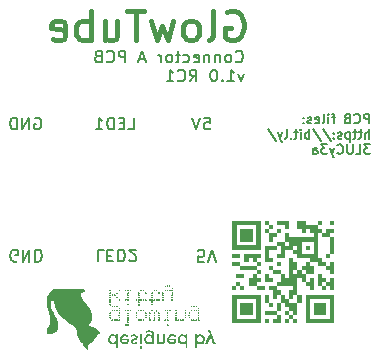
<source format=gbr>
%TF.GenerationSoftware,KiCad,Pcbnew,(6.0.4-0)*%
%TF.CreationDate,2022-06-23T19:39:28+02:00*%
%TF.ProjectId,GlowTubeLEDconnectorA_PCB,476c6f77-5475-4626-954c-4544636f6e6e,rev?*%
%TF.SameCoordinates,Original*%
%TF.FileFunction,Legend,Bot*%
%TF.FilePolarity,Positive*%
%FSLAX46Y46*%
G04 Gerber Fmt 4.6, Leading zero omitted, Abs format (unit mm)*
G04 Created by KiCad (PCBNEW (6.0.4-0)) date 2022-06-23 19:39:28*
%MOMM*%
%LPD*%
G01*
G04 APERTURE LIST*
%ADD10C,0.150000*%
%ADD11C,0.400000*%
G04 APERTURE END LIST*
D10*
X107692976Y-61502142D02*
X107740595Y-61549761D01*
X107883452Y-61597380D01*
X107978690Y-61597380D01*
X108121547Y-61549761D01*
X108216785Y-61454523D01*
X108264404Y-61359285D01*
X108312023Y-61168809D01*
X108312023Y-61025952D01*
X108264404Y-60835476D01*
X108216785Y-60740238D01*
X108121547Y-60645000D01*
X107978690Y-60597380D01*
X107883452Y-60597380D01*
X107740595Y-60645000D01*
X107692976Y-60692619D01*
X107121547Y-61597380D02*
X107216785Y-61549761D01*
X107264404Y-61502142D01*
X107312023Y-61406904D01*
X107312023Y-61121190D01*
X107264404Y-61025952D01*
X107216785Y-60978333D01*
X107121547Y-60930714D01*
X106978690Y-60930714D01*
X106883452Y-60978333D01*
X106835833Y-61025952D01*
X106788214Y-61121190D01*
X106788214Y-61406904D01*
X106835833Y-61502142D01*
X106883452Y-61549761D01*
X106978690Y-61597380D01*
X107121547Y-61597380D01*
X106359642Y-60930714D02*
X106359642Y-61597380D01*
X106359642Y-61025952D02*
X106312023Y-60978333D01*
X106216785Y-60930714D01*
X106073928Y-60930714D01*
X105978690Y-60978333D01*
X105931071Y-61073571D01*
X105931071Y-61597380D01*
X105454880Y-60930714D02*
X105454880Y-61597380D01*
X105454880Y-61025952D02*
X105407261Y-60978333D01*
X105312023Y-60930714D01*
X105169166Y-60930714D01*
X105073928Y-60978333D01*
X105026309Y-61073571D01*
X105026309Y-61597380D01*
X104169166Y-61549761D02*
X104264404Y-61597380D01*
X104454880Y-61597380D01*
X104550119Y-61549761D01*
X104597738Y-61454523D01*
X104597738Y-61073571D01*
X104550119Y-60978333D01*
X104454880Y-60930714D01*
X104264404Y-60930714D01*
X104169166Y-60978333D01*
X104121547Y-61073571D01*
X104121547Y-61168809D01*
X104597738Y-61264047D01*
X103264404Y-61549761D02*
X103359642Y-61597380D01*
X103550119Y-61597380D01*
X103645357Y-61549761D01*
X103692976Y-61502142D01*
X103740595Y-61406904D01*
X103740595Y-61121190D01*
X103692976Y-61025952D01*
X103645357Y-60978333D01*
X103550119Y-60930714D01*
X103359642Y-60930714D01*
X103264404Y-60978333D01*
X102978690Y-60930714D02*
X102597738Y-60930714D01*
X102835833Y-60597380D02*
X102835833Y-61454523D01*
X102788214Y-61549761D01*
X102692976Y-61597380D01*
X102597738Y-61597380D01*
X102121547Y-61597380D02*
X102216785Y-61549761D01*
X102264404Y-61502142D01*
X102312023Y-61406904D01*
X102312023Y-61121190D01*
X102264404Y-61025952D01*
X102216785Y-60978333D01*
X102121547Y-60930714D01*
X101978690Y-60930714D01*
X101883452Y-60978333D01*
X101835833Y-61025952D01*
X101788214Y-61121190D01*
X101788214Y-61406904D01*
X101835833Y-61502142D01*
X101883452Y-61549761D01*
X101978690Y-61597380D01*
X102121547Y-61597380D01*
X101359642Y-61597380D02*
X101359642Y-60930714D01*
X101359642Y-61121190D02*
X101312023Y-61025952D01*
X101264404Y-60978333D01*
X101169166Y-60930714D01*
X101073928Y-60930714D01*
X100026309Y-61311666D02*
X99550119Y-61311666D01*
X100121547Y-61597380D02*
X99788214Y-60597380D01*
X99454880Y-61597380D01*
X98359642Y-61597380D02*
X98359642Y-60597380D01*
X97978690Y-60597380D01*
X97883452Y-60645000D01*
X97835833Y-60692619D01*
X97788214Y-60787857D01*
X97788214Y-60930714D01*
X97835833Y-61025952D01*
X97883452Y-61073571D01*
X97978690Y-61121190D01*
X98359642Y-61121190D01*
X96788214Y-61502142D02*
X96835833Y-61549761D01*
X96978690Y-61597380D01*
X97073928Y-61597380D01*
X97216785Y-61549761D01*
X97312023Y-61454523D01*
X97359642Y-61359285D01*
X97407261Y-61168809D01*
X97407261Y-61025952D01*
X97359642Y-60835476D01*
X97312023Y-60740238D01*
X97216785Y-60645000D01*
X97073928Y-60597380D01*
X96978690Y-60597380D01*
X96835833Y-60645000D01*
X96788214Y-60692619D01*
X96026309Y-61073571D02*
X95883452Y-61121190D01*
X95835833Y-61168809D01*
X95788214Y-61264047D01*
X95788214Y-61406904D01*
X95835833Y-61502142D01*
X95883452Y-61549761D01*
X95978690Y-61597380D01*
X96359642Y-61597380D01*
X96359642Y-60597380D01*
X96026309Y-60597380D01*
X95931071Y-60645000D01*
X95883452Y-60692619D01*
X95835833Y-60787857D01*
X95835833Y-60883095D01*
X95883452Y-60978333D01*
X95931071Y-61025952D01*
X96026309Y-61073571D01*
X96359642Y-61073571D01*
X108359642Y-62540714D02*
X108121547Y-63207380D01*
X107883452Y-62540714D01*
X106978690Y-63207380D02*
X107550119Y-63207380D01*
X107264404Y-63207380D02*
X107264404Y-62207380D01*
X107359642Y-62350238D01*
X107454880Y-62445476D01*
X107550119Y-62493095D01*
X106550119Y-63112142D02*
X106502500Y-63159761D01*
X106550119Y-63207380D01*
X106597738Y-63159761D01*
X106550119Y-63112142D01*
X106550119Y-63207380D01*
X105883452Y-62207380D02*
X105788214Y-62207380D01*
X105692976Y-62255000D01*
X105645357Y-62302619D01*
X105597738Y-62397857D01*
X105550119Y-62588333D01*
X105550119Y-62826428D01*
X105597738Y-63016904D01*
X105645357Y-63112142D01*
X105692976Y-63159761D01*
X105788214Y-63207380D01*
X105883452Y-63207380D01*
X105978690Y-63159761D01*
X106026309Y-63112142D01*
X106073928Y-63016904D01*
X106121547Y-62826428D01*
X106121547Y-62588333D01*
X106073928Y-62397857D01*
X106026309Y-62302619D01*
X105978690Y-62255000D01*
X105883452Y-62207380D01*
X103788214Y-63207380D02*
X104121547Y-62731190D01*
X104359642Y-63207380D02*
X104359642Y-62207380D01*
X103978690Y-62207380D01*
X103883452Y-62255000D01*
X103835833Y-62302619D01*
X103788214Y-62397857D01*
X103788214Y-62540714D01*
X103835833Y-62635952D01*
X103883452Y-62683571D01*
X103978690Y-62731190D01*
X104359642Y-62731190D01*
X102788214Y-63112142D02*
X102835833Y-63159761D01*
X102978690Y-63207380D01*
X103073928Y-63207380D01*
X103216785Y-63159761D01*
X103312023Y-63064523D01*
X103359642Y-62969285D01*
X103407261Y-62778809D01*
X103407261Y-62635952D01*
X103359642Y-62445476D01*
X103312023Y-62350238D01*
X103216785Y-62255000D01*
X103073928Y-62207380D01*
X102978690Y-62207380D01*
X102835833Y-62255000D01*
X102788214Y-62302619D01*
X101835833Y-63207380D02*
X102407261Y-63207380D01*
X102121547Y-63207380D02*
X102121547Y-62207380D01*
X102216785Y-62350238D01*
X102312023Y-62445476D01*
X102407261Y-62493095D01*
X90671904Y-66320000D02*
X90767142Y-66272380D01*
X90910000Y-66272380D01*
X91052857Y-66320000D01*
X91148095Y-66415238D01*
X91195714Y-66510476D01*
X91243333Y-66700952D01*
X91243333Y-66843809D01*
X91195714Y-67034285D01*
X91148095Y-67129523D01*
X91052857Y-67224761D01*
X90910000Y-67272380D01*
X90814761Y-67272380D01*
X90671904Y-67224761D01*
X90624285Y-67177142D01*
X90624285Y-66843809D01*
X90814761Y-66843809D01*
X90195714Y-67272380D02*
X90195714Y-66272380D01*
X89624285Y-67272380D01*
X89624285Y-66272380D01*
X89148095Y-67272380D02*
X89148095Y-66272380D01*
X88910000Y-66272380D01*
X88767142Y-66320000D01*
X88671904Y-66415238D01*
X88624285Y-66510476D01*
X88576666Y-66700952D01*
X88576666Y-66843809D01*
X88624285Y-67034285D01*
X88671904Y-67129523D01*
X88767142Y-67224761D01*
X88910000Y-67272380D01*
X89148095Y-67272380D01*
D11*
X106945238Y-57340000D02*
X107183333Y-57220952D01*
X107540476Y-57220952D01*
X107897619Y-57340000D01*
X108135714Y-57578095D01*
X108254761Y-57816190D01*
X108373809Y-58292380D01*
X108373809Y-58649523D01*
X108254761Y-59125714D01*
X108135714Y-59363809D01*
X107897619Y-59601904D01*
X107540476Y-59720952D01*
X107302380Y-59720952D01*
X106945238Y-59601904D01*
X106826190Y-59482857D01*
X106826190Y-58649523D01*
X107302380Y-58649523D01*
X105397619Y-59720952D02*
X105635714Y-59601904D01*
X105754761Y-59363809D01*
X105754761Y-57220952D01*
X104088095Y-59720952D02*
X104326190Y-59601904D01*
X104445238Y-59482857D01*
X104564285Y-59244761D01*
X104564285Y-58530476D01*
X104445238Y-58292380D01*
X104326190Y-58173333D01*
X104088095Y-58054285D01*
X103730952Y-58054285D01*
X103492857Y-58173333D01*
X103373809Y-58292380D01*
X103254761Y-58530476D01*
X103254761Y-59244761D01*
X103373809Y-59482857D01*
X103492857Y-59601904D01*
X103730952Y-59720952D01*
X104088095Y-59720952D01*
X102421428Y-58054285D02*
X101945238Y-59720952D01*
X101469047Y-58530476D01*
X100992857Y-59720952D01*
X100516666Y-58054285D01*
X99921428Y-57220952D02*
X98492857Y-57220952D01*
X99207142Y-59720952D02*
X99207142Y-57220952D01*
X96588095Y-58054285D02*
X96588095Y-59720952D01*
X97659523Y-58054285D02*
X97659523Y-59363809D01*
X97540476Y-59601904D01*
X97302380Y-59720952D01*
X96945238Y-59720952D01*
X96707142Y-59601904D01*
X96588095Y-59482857D01*
X95397619Y-59720952D02*
X95397619Y-57220952D01*
X95397619Y-58173333D02*
X95159523Y-58054285D01*
X94683333Y-58054285D01*
X94445238Y-58173333D01*
X94326190Y-58292380D01*
X94207142Y-58530476D01*
X94207142Y-59244761D01*
X94326190Y-59482857D01*
X94445238Y-59601904D01*
X94683333Y-59720952D01*
X95159523Y-59720952D01*
X95397619Y-59601904D01*
X92183333Y-59601904D02*
X92421428Y-59720952D01*
X92897619Y-59720952D01*
X93135714Y-59601904D01*
X93254761Y-59363809D01*
X93254761Y-58411428D01*
X93135714Y-58173333D01*
X92897619Y-58054285D01*
X92421428Y-58054285D01*
X92183333Y-58173333D01*
X92064285Y-58411428D01*
X92064285Y-58649523D01*
X93254761Y-58887619D01*
D10*
X119002023Y-66763904D02*
X119002023Y-65963904D01*
X118697261Y-65963904D01*
X118621071Y-66002000D01*
X118582976Y-66040095D01*
X118544880Y-66116285D01*
X118544880Y-66230571D01*
X118582976Y-66306761D01*
X118621071Y-66344857D01*
X118697261Y-66382952D01*
X119002023Y-66382952D01*
X117744880Y-66687714D02*
X117782976Y-66725809D01*
X117897261Y-66763904D01*
X117973452Y-66763904D01*
X118087738Y-66725809D01*
X118163928Y-66649619D01*
X118202023Y-66573428D01*
X118240119Y-66421047D01*
X118240119Y-66306761D01*
X118202023Y-66154380D01*
X118163928Y-66078190D01*
X118087738Y-66002000D01*
X117973452Y-65963904D01*
X117897261Y-65963904D01*
X117782976Y-66002000D01*
X117744880Y-66040095D01*
X117135357Y-66344857D02*
X117021071Y-66382952D01*
X116982976Y-66421047D01*
X116944880Y-66497238D01*
X116944880Y-66611523D01*
X116982976Y-66687714D01*
X117021071Y-66725809D01*
X117097261Y-66763904D01*
X117402023Y-66763904D01*
X117402023Y-65963904D01*
X117135357Y-65963904D01*
X117059166Y-66002000D01*
X117021071Y-66040095D01*
X116982976Y-66116285D01*
X116982976Y-66192476D01*
X117021071Y-66268666D01*
X117059166Y-66306761D01*
X117135357Y-66344857D01*
X117402023Y-66344857D01*
X116106785Y-66230571D02*
X115802023Y-66230571D01*
X115992500Y-66763904D02*
X115992500Y-66078190D01*
X115954404Y-66002000D01*
X115878214Y-65963904D01*
X115802023Y-65963904D01*
X115535357Y-66763904D02*
X115535357Y-66230571D01*
X115535357Y-65963904D02*
X115573452Y-66002000D01*
X115535357Y-66040095D01*
X115497261Y-66002000D01*
X115535357Y-65963904D01*
X115535357Y-66040095D01*
X115040119Y-66763904D02*
X115116309Y-66725809D01*
X115154404Y-66649619D01*
X115154404Y-65963904D01*
X114430595Y-66725809D02*
X114506785Y-66763904D01*
X114659166Y-66763904D01*
X114735357Y-66725809D01*
X114773452Y-66649619D01*
X114773452Y-66344857D01*
X114735357Y-66268666D01*
X114659166Y-66230571D01*
X114506785Y-66230571D01*
X114430595Y-66268666D01*
X114392499Y-66344857D01*
X114392499Y-66421047D01*
X114773452Y-66497238D01*
X114087738Y-66725809D02*
X114011547Y-66763904D01*
X113859166Y-66763904D01*
X113782976Y-66725809D01*
X113744880Y-66649619D01*
X113744880Y-66611523D01*
X113782976Y-66535333D01*
X113859166Y-66497238D01*
X113973452Y-66497238D01*
X114049642Y-66459142D01*
X114087738Y-66382952D01*
X114087738Y-66344857D01*
X114049642Y-66268666D01*
X113973452Y-66230571D01*
X113859166Y-66230571D01*
X113782976Y-66268666D01*
X113402023Y-66687714D02*
X113363928Y-66725809D01*
X113402023Y-66763904D01*
X113440119Y-66725809D01*
X113402023Y-66687714D01*
X113402023Y-66763904D01*
X113402023Y-66268666D02*
X113363928Y-66306761D01*
X113402023Y-66344857D01*
X113440119Y-66306761D01*
X113402023Y-66268666D01*
X113402023Y-66344857D01*
X119002023Y-68051904D02*
X119002023Y-67251904D01*
X118659166Y-68051904D02*
X118659166Y-67632857D01*
X118697261Y-67556666D01*
X118773452Y-67518571D01*
X118887738Y-67518571D01*
X118963928Y-67556666D01*
X119002023Y-67594761D01*
X118392500Y-67518571D02*
X118087738Y-67518571D01*
X118278214Y-67251904D02*
X118278214Y-67937619D01*
X118240119Y-68013809D01*
X118163928Y-68051904D01*
X118087738Y-68051904D01*
X117935357Y-67518571D02*
X117630595Y-67518571D01*
X117821071Y-67251904D02*
X117821071Y-67937619D01*
X117782976Y-68013809D01*
X117706785Y-68051904D01*
X117630595Y-68051904D01*
X117363928Y-67518571D02*
X117363928Y-68318571D01*
X117363928Y-67556666D02*
X117287738Y-67518571D01*
X117135357Y-67518571D01*
X117059166Y-67556666D01*
X117021071Y-67594761D01*
X116982976Y-67670952D01*
X116982976Y-67899523D01*
X117021071Y-67975714D01*
X117059166Y-68013809D01*
X117135357Y-68051904D01*
X117287738Y-68051904D01*
X117363928Y-68013809D01*
X116678214Y-68013809D02*
X116602023Y-68051904D01*
X116449642Y-68051904D01*
X116373452Y-68013809D01*
X116335357Y-67937619D01*
X116335357Y-67899523D01*
X116373452Y-67823333D01*
X116449642Y-67785238D01*
X116563928Y-67785238D01*
X116640119Y-67747142D01*
X116678214Y-67670952D01*
X116678214Y-67632857D01*
X116640119Y-67556666D01*
X116563928Y-67518571D01*
X116449642Y-67518571D01*
X116373452Y-67556666D01*
X115992500Y-67975714D02*
X115954404Y-68013809D01*
X115992500Y-68051904D01*
X116030595Y-68013809D01*
X115992500Y-67975714D01*
X115992500Y-68051904D01*
X115992500Y-67556666D02*
X115954404Y-67594761D01*
X115992500Y-67632857D01*
X116030595Y-67594761D01*
X115992500Y-67556666D01*
X115992500Y-67632857D01*
X115040119Y-67213809D02*
X115725833Y-68242380D01*
X114202023Y-67213809D02*
X114887738Y-68242380D01*
X113935357Y-68051904D02*
X113935357Y-67251904D01*
X113935357Y-67556666D02*
X113859166Y-67518571D01*
X113706785Y-67518571D01*
X113630595Y-67556666D01*
X113592500Y-67594761D01*
X113554404Y-67670952D01*
X113554404Y-67899523D01*
X113592500Y-67975714D01*
X113630595Y-68013809D01*
X113706785Y-68051904D01*
X113859166Y-68051904D01*
X113935357Y-68013809D01*
X113211547Y-68051904D02*
X113211547Y-67518571D01*
X113211547Y-67251904D02*
X113249642Y-67290000D01*
X113211547Y-67328095D01*
X113173452Y-67290000D01*
X113211547Y-67251904D01*
X113211547Y-67328095D01*
X112944880Y-67518571D02*
X112640119Y-67518571D01*
X112830595Y-67251904D02*
X112830595Y-67937619D01*
X112792500Y-68013809D01*
X112716309Y-68051904D01*
X112640119Y-68051904D01*
X112373452Y-67975714D02*
X112335357Y-68013809D01*
X112373452Y-68051904D01*
X112411547Y-68013809D01*
X112373452Y-67975714D01*
X112373452Y-68051904D01*
X111878214Y-68051904D02*
X111954404Y-68013809D01*
X111992500Y-67937619D01*
X111992500Y-67251904D01*
X111649642Y-67518571D02*
X111459166Y-68051904D01*
X111268690Y-67518571D02*
X111459166Y-68051904D01*
X111535357Y-68242380D01*
X111573452Y-68280476D01*
X111649642Y-68318571D01*
X110392500Y-67213809D02*
X111078214Y-68242380D01*
X119078214Y-68539904D02*
X118582976Y-68539904D01*
X118849642Y-68844666D01*
X118735357Y-68844666D01*
X118659166Y-68882761D01*
X118621071Y-68920857D01*
X118582976Y-68997047D01*
X118582976Y-69187523D01*
X118621071Y-69263714D01*
X118659166Y-69301809D01*
X118735357Y-69339904D01*
X118963928Y-69339904D01*
X119040119Y-69301809D01*
X119078214Y-69263714D01*
X117859166Y-69339904D02*
X118240119Y-69339904D01*
X118240119Y-68539904D01*
X117592500Y-68539904D02*
X117592500Y-69187523D01*
X117554404Y-69263714D01*
X117516309Y-69301809D01*
X117440119Y-69339904D01*
X117287738Y-69339904D01*
X117211547Y-69301809D01*
X117173452Y-69263714D01*
X117135357Y-69187523D01*
X117135357Y-68539904D01*
X116297261Y-69263714D02*
X116335357Y-69301809D01*
X116449642Y-69339904D01*
X116525833Y-69339904D01*
X116640119Y-69301809D01*
X116716309Y-69225619D01*
X116754404Y-69149428D01*
X116792500Y-68997047D01*
X116792500Y-68882761D01*
X116754404Y-68730380D01*
X116716309Y-68654190D01*
X116640119Y-68578000D01*
X116525833Y-68539904D01*
X116449642Y-68539904D01*
X116335357Y-68578000D01*
X116297261Y-68616095D01*
X116030595Y-68806571D02*
X115840119Y-69339904D01*
X115649642Y-68806571D02*
X115840119Y-69339904D01*
X115916309Y-69530380D01*
X115954404Y-69568476D01*
X116030595Y-69606571D01*
X115421071Y-68539904D02*
X114925833Y-68539904D01*
X115192500Y-68844666D01*
X115078214Y-68844666D01*
X115002023Y-68882761D01*
X114963928Y-68920857D01*
X114925833Y-68997047D01*
X114925833Y-69187523D01*
X114963928Y-69263714D01*
X115002023Y-69301809D01*
X115078214Y-69339904D01*
X115306785Y-69339904D01*
X115382976Y-69301809D01*
X115421071Y-69263714D01*
X114240119Y-69339904D02*
X114240119Y-68920857D01*
X114278214Y-68844666D01*
X114354404Y-68806571D01*
X114506785Y-68806571D01*
X114582976Y-68844666D01*
X114240119Y-69301809D02*
X114316309Y-69339904D01*
X114506785Y-69339904D01*
X114582976Y-69301809D01*
X114621071Y-69225619D01*
X114621071Y-69149428D01*
X114582976Y-69073238D01*
X114506785Y-69035142D01*
X114316309Y-69035142D01*
X114240119Y-68997047D01*
X96500952Y-77447619D02*
X96024761Y-77447619D01*
X96024761Y-78447619D01*
X96834285Y-77971428D02*
X97167619Y-77971428D01*
X97310476Y-77447619D02*
X96834285Y-77447619D01*
X96834285Y-78447619D01*
X97310476Y-78447619D01*
X97739047Y-77447619D02*
X97739047Y-78447619D01*
X97977142Y-78447619D01*
X98120000Y-78400000D01*
X98215238Y-78304761D01*
X98262857Y-78209523D01*
X98310476Y-78019047D01*
X98310476Y-77876190D01*
X98262857Y-77685714D01*
X98215238Y-77590476D01*
X98120000Y-77495238D01*
X97977142Y-77447619D01*
X97739047Y-77447619D01*
X98691428Y-78352380D02*
X98739047Y-78400000D01*
X98834285Y-78447619D01*
X99072380Y-78447619D01*
X99167619Y-78400000D01*
X99215238Y-78352380D01*
X99262857Y-78257142D01*
X99262857Y-78161904D01*
X99215238Y-78019047D01*
X98643809Y-77447619D01*
X99262857Y-77447619D01*
X105020476Y-66272380D02*
X105496666Y-66272380D01*
X105544285Y-66748571D01*
X105496666Y-66700952D01*
X105401428Y-66653333D01*
X105163333Y-66653333D01*
X105068095Y-66700952D01*
X105020476Y-66748571D01*
X104972857Y-66843809D01*
X104972857Y-67081904D01*
X105020476Y-67177142D01*
X105068095Y-67224761D01*
X105163333Y-67272380D01*
X105401428Y-67272380D01*
X105496666Y-67224761D01*
X105544285Y-67177142D01*
X104687142Y-66272380D02*
X104353809Y-67272380D01*
X104020476Y-66272380D01*
X89178095Y-78410000D02*
X89082857Y-78457619D01*
X88940000Y-78457619D01*
X88797142Y-78410000D01*
X88701904Y-78314761D01*
X88654285Y-78219523D01*
X88606666Y-78029047D01*
X88606666Y-77886190D01*
X88654285Y-77695714D01*
X88701904Y-77600476D01*
X88797142Y-77505238D01*
X88940000Y-77457619D01*
X89035238Y-77457619D01*
X89178095Y-77505238D01*
X89225714Y-77552857D01*
X89225714Y-77886190D01*
X89035238Y-77886190D01*
X89654285Y-77457619D02*
X89654285Y-78457619D01*
X90225714Y-77457619D01*
X90225714Y-78457619D01*
X90701904Y-77457619D02*
X90701904Y-78457619D01*
X90940000Y-78457619D01*
X91082857Y-78410000D01*
X91178095Y-78314761D01*
X91225714Y-78219523D01*
X91273333Y-78029047D01*
X91273333Y-77886190D01*
X91225714Y-77695714D01*
X91178095Y-77600476D01*
X91082857Y-77505238D01*
X90940000Y-77457619D01*
X90701904Y-77457619D01*
X98599047Y-67272380D02*
X99075238Y-67272380D01*
X99075238Y-66272380D01*
X98265714Y-66748571D02*
X97932380Y-66748571D01*
X97789523Y-67272380D02*
X98265714Y-67272380D01*
X98265714Y-66272380D01*
X97789523Y-66272380D01*
X97360952Y-67272380D02*
X97360952Y-66272380D01*
X97122857Y-66272380D01*
X96980000Y-66320000D01*
X96884761Y-66415238D01*
X96837142Y-66510476D01*
X96789523Y-66700952D01*
X96789523Y-66843809D01*
X96837142Y-67034285D01*
X96884761Y-67129523D01*
X96980000Y-67224761D01*
X97122857Y-67272380D01*
X97360952Y-67272380D01*
X95837142Y-67272380D02*
X96408571Y-67272380D01*
X96122857Y-67272380D02*
X96122857Y-66272380D01*
X96218095Y-66415238D01*
X96313333Y-66510476D01*
X96408571Y-66558095D01*
X104999523Y-78457619D02*
X104523333Y-78457619D01*
X104475714Y-77981428D01*
X104523333Y-78029047D01*
X104618571Y-78076666D01*
X104856666Y-78076666D01*
X104951904Y-78029047D01*
X104999523Y-77981428D01*
X105047142Y-77886190D01*
X105047142Y-77648095D01*
X104999523Y-77552857D01*
X104951904Y-77505238D01*
X104856666Y-77457619D01*
X104618571Y-77457619D01*
X104523333Y-77505238D01*
X104475714Y-77552857D01*
X105332857Y-78457619D02*
X105666190Y-77457619D01*
X105999523Y-78457619D01*
%TO.C,designedby*%
G36*
X97092039Y-81624054D02*
G01*
X97127906Y-81655235D01*
X97142538Y-81705063D01*
X97130952Y-81749702D01*
X97092787Y-81781394D01*
X97037280Y-81783356D01*
X96994056Y-81757951D01*
X96974341Y-81711278D01*
X96986793Y-81655743D01*
X97004769Y-81632885D01*
X97046979Y-81615332D01*
X97092039Y-81624054D01*
G37*
G36*
X98392435Y-80864104D02*
G01*
X98425384Y-80879773D01*
X98433899Y-80917089D01*
X98433532Y-80928062D01*
X98420438Y-80959460D01*
X98380386Y-80971791D01*
X98337265Y-80966677D01*
X98310637Y-80936430D01*
X98315197Y-80886660D01*
X98332234Y-80867932D01*
X98380386Y-80862386D01*
X98392435Y-80864104D01*
G37*
G36*
X97112022Y-82967176D02*
G01*
X97137915Y-83012597D01*
X97131150Y-83054494D01*
X97097196Y-83083067D01*
X97041657Y-83088648D01*
X97027174Y-83084603D01*
X96996715Y-83054734D01*
X96988788Y-83009816D01*
X97007492Y-82964720D01*
X97023608Y-82949229D01*
X97065997Y-82939062D01*
X97112022Y-82967176D01*
G37*
G36*
X99731047Y-83335564D02*
G01*
X99750485Y-83355357D01*
X99754388Y-83400599D01*
X99752344Y-83427404D01*
X99732490Y-83476769D01*
X99696945Y-83498896D01*
X99652438Y-83488018D01*
X99627998Y-83462165D01*
X99610387Y-83408453D01*
X99616786Y-83351516D01*
X99637241Y-83332513D01*
X99691143Y-83328654D01*
X99731047Y-83335564D01*
G37*
G36*
X99324981Y-81620341D02*
G01*
X99360905Y-81647837D01*
X99375718Y-81693547D01*
X99363372Y-81748084D01*
X99326516Y-81781586D01*
X99271486Y-81783613D01*
X99235893Y-81765332D01*
X99213694Y-81720906D01*
X99222639Y-81659140D01*
X99240890Y-81631477D01*
X99280719Y-81613931D01*
X99324981Y-81620341D01*
G37*
G36*
X104586041Y-83331726D02*
G01*
X104623469Y-83361722D01*
X104639072Y-83404949D01*
X104629691Y-83449335D01*
X104592165Y-83482806D01*
X104542265Y-83491748D01*
X104497229Y-83474587D01*
X104468126Y-83438783D01*
X104462222Y-83393610D01*
X104486788Y-83348343D01*
X104506308Y-83335556D01*
X104550871Y-83325040D01*
X104586041Y-83331726D01*
G37*
G36*
X103294464Y-83348343D02*
G01*
X103313977Y-83385344D01*
X103313605Y-83437814D01*
X103288891Y-83480182D01*
X103247766Y-83498164D01*
X103203626Y-83488991D01*
X103169167Y-83457478D01*
X103153091Y-83411952D01*
X103164096Y-83360738D01*
X103166156Y-83357230D01*
X103202494Y-83330800D01*
X103251405Y-83327254D01*
X103294464Y-83348343D01*
G37*
G36*
X101955980Y-83718314D02*
G01*
X102001034Y-83747506D01*
X102016697Y-83800804D01*
X102010896Y-83835839D01*
X101977081Y-83874734D01*
X101915302Y-83888190D01*
X101890553Y-83884984D01*
X101847332Y-83857093D01*
X101828556Y-83809865D01*
X101840611Y-83754713D01*
X101862705Y-83729119D01*
X101916401Y-83713419D01*
X101955980Y-83718314D01*
G37*
G36*
X99926036Y-83334552D02*
G01*
X99956015Y-83368008D01*
X99965735Y-83415656D01*
X99951134Y-83465006D01*
X99907167Y-83492482D01*
X99883146Y-83495219D01*
X99836892Y-83479258D01*
X99807684Y-83441790D01*
X99801980Y-83394317D01*
X99826238Y-83348343D01*
X99834117Y-83341471D01*
X99879948Y-83324879D01*
X99926036Y-83334552D01*
G37*
G36*
X97886246Y-83335564D02*
G01*
X97905684Y-83355357D01*
X97909587Y-83400599D01*
X97907543Y-83427404D01*
X97887688Y-83476769D01*
X97852144Y-83498896D01*
X97807637Y-83488018D01*
X97783197Y-83462165D01*
X97765586Y-83408453D01*
X97771985Y-83351516D01*
X97792439Y-83332513D01*
X97846342Y-83328654D01*
X97886246Y-83335564D01*
G37*
G36*
X97493356Y-81247894D02*
G01*
X97518524Y-81268682D01*
X97530684Y-81307505D01*
X97516594Y-81346034D01*
X97481348Y-81373661D01*
X97430036Y-81379780D01*
X97415553Y-81375734D01*
X97385095Y-81345866D01*
X97377167Y-81300948D01*
X97395871Y-81255852D01*
X97412980Y-81238716D01*
X97445984Y-81229546D01*
X97493356Y-81247894D01*
G37*
G36*
X103994960Y-82564634D02*
G01*
X104024448Y-82598330D01*
X104029773Y-82637379D01*
X104008182Y-82671547D01*
X103961133Y-82680410D01*
X103943295Y-82676424D01*
X103909352Y-82650079D01*
X103903328Y-82611910D01*
X103929240Y-82575172D01*
X103951853Y-82563180D01*
X103994960Y-82564634D01*
G37*
G36*
X99201592Y-84625159D02*
G01*
X99284135Y-84663385D01*
X99347349Y-84720141D01*
X99386402Y-84791746D01*
X99396466Y-84874523D01*
X99372709Y-84964791D01*
X99349246Y-84994030D01*
X99298540Y-85033769D01*
X99235388Y-85071800D01*
X99172932Y-85100353D01*
X99124314Y-85111657D01*
X99079009Y-85121844D01*
X99025878Y-85153075D01*
X98984556Y-85195240D01*
X98967920Y-85237938D01*
X98970701Y-85258731D01*
X98998387Y-85297511D01*
X99048803Y-85318072D01*
X99113336Y-85319653D01*
X99183372Y-85301494D01*
X99250295Y-85262837D01*
X99303583Y-85220921D01*
X99351722Y-85276885D01*
X99399861Y-85332850D01*
X99344097Y-85377726D01*
X99335666Y-85384313D01*
X99246221Y-85434384D01*
X99150901Y-85458035D01*
X99055901Y-85457584D01*
X98967412Y-85435351D01*
X98891629Y-85393654D01*
X98834744Y-85334810D01*
X98802950Y-85261138D01*
X98802439Y-85174957D01*
X98810262Y-85144310D01*
X98837577Y-85093299D01*
X98885780Y-85049603D01*
X98960677Y-85008652D01*
X99068075Y-84965876D01*
X99111496Y-84949991D01*
X99174351Y-84924522D01*
X99211175Y-84903490D01*
X99229311Y-84882070D01*
X99236103Y-84855433D01*
X99232905Y-84817987D01*
X99203416Y-84776751D01*
X99151678Y-84752968D01*
X99085772Y-84748135D01*
X99013778Y-84763747D01*
X98943778Y-84801302D01*
X98889223Y-84841636D01*
X98829671Y-84799232D01*
X98770119Y-84756827D01*
X98817234Y-84709713D01*
X98823804Y-84703535D01*
X98878100Y-84665361D01*
X98940408Y-84635497D01*
X98997837Y-84619012D01*
X99104549Y-84609142D01*
X99201592Y-84625159D01*
G37*
G36*
X97501896Y-82198914D02*
G01*
X97504010Y-82202780D01*
X97506297Y-82242527D01*
X97485617Y-82279521D01*
X97451323Y-82295835D01*
X97423010Y-82288281D01*
X97398844Y-82255559D01*
X97402007Y-82208450D01*
X97403376Y-82205396D01*
X97431860Y-82183863D01*
X97471861Y-82181018D01*
X97501896Y-82198914D01*
G37*
G36*
X98586625Y-82572973D02*
G01*
X98619573Y-82588642D01*
X98628088Y-82625957D01*
X98627722Y-82636930D01*
X98614628Y-82668328D01*
X98574576Y-82680660D01*
X98531455Y-82675545D01*
X98504827Y-82645299D01*
X98509386Y-82595528D01*
X98526424Y-82576800D01*
X98574576Y-82571255D01*
X98586625Y-82572973D01*
G37*
G36*
X104575234Y-82941369D02*
G01*
X104608235Y-82971882D01*
X104615538Y-83026153D01*
X104611287Y-83051213D01*
X104593301Y-83076503D01*
X104550871Y-83082303D01*
X104524718Y-83080963D01*
X104496817Y-83066410D01*
X104486204Y-83026153D01*
X104488417Y-82983910D01*
X104505623Y-82953629D01*
X104518193Y-82946792D01*
X104550871Y-82937255D01*
X104575234Y-82941369D01*
G37*
G36*
X99528696Y-82009130D02*
G01*
X99573515Y-82038472D01*
X99589327Y-82091936D01*
X99584238Y-82124754D01*
X99551636Y-82165091D01*
X99492232Y-82179321D01*
X99455767Y-82174742D01*
X99410949Y-82145399D01*
X99395137Y-82091936D01*
X99398984Y-82065712D01*
X99418440Y-82027853D01*
X99444876Y-82013028D01*
X99492232Y-82004551D01*
X99528696Y-82009130D01*
G37*
G36*
X99522980Y-82569485D02*
G01*
X99545677Y-82584694D01*
X99550489Y-82625957D01*
X99548704Y-82656705D01*
X99533495Y-82679402D01*
X99492232Y-82684214D01*
X99461484Y-82682429D01*
X99438787Y-82667221D01*
X99433975Y-82625957D01*
X99435760Y-82595210D01*
X99450969Y-82572512D01*
X99492232Y-82567700D01*
X99522980Y-82569485D01*
G37*
G36*
X102149540Y-80488270D02*
G01*
X102168556Y-80523942D01*
X102167115Y-80552125D01*
X102142776Y-80579999D01*
X102133215Y-80582539D01*
X102094940Y-80573208D01*
X102068532Y-80541899D01*
X102067002Y-80502002D01*
X102081577Y-80482033D01*
X102115443Y-80473198D01*
X102149540Y-80488270D01*
G37*
G36*
X99748004Y-85648615D02*
G01*
X99766169Y-85669782D01*
X99782442Y-85722593D01*
X99769933Y-85774613D01*
X99733177Y-85814293D01*
X99676712Y-85830086D01*
X99652074Y-85827234D01*
X99603173Y-85799772D01*
X99574984Y-85752706D01*
X99572428Y-85697844D01*
X99600423Y-85646993D01*
X99634693Y-85624536D01*
X99692512Y-85619956D01*
X99748004Y-85648615D01*
G37*
G36*
X98626701Y-83161366D02*
G01*
X98652021Y-83200328D01*
X98649887Y-83242859D01*
X98616961Y-83274072D01*
X98557547Y-83286202D01*
X98547459Y-83285696D01*
X98504327Y-83266084D01*
X98487527Y-83224622D01*
X98501472Y-83170422D01*
X98532476Y-83139243D01*
X98579156Y-83133981D01*
X98626701Y-83161366D01*
G37*
G36*
X100094774Y-81048723D02*
G01*
X100135715Y-81071407D01*
X100152477Y-81109584D01*
X100141767Y-81147763D01*
X100105437Y-81178038D01*
X100056314Y-81179541D01*
X100053698Y-81178622D01*
X100025427Y-81151797D01*
X100015007Y-81110483D01*
X100023139Y-81070616D01*
X100050527Y-81048131D01*
X100094774Y-81048723D01*
G37*
G36*
X97872368Y-82569485D02*
G01*
X97895065Y-82584694D01*
X97899877Y-82625957D01*
X97898092Y-82656705D01*
X97882884Y-82679402D01*
X97841620Y-82684214D01*
X97810873Y-82682429D01*
X97788175Y-82667221D01*
X97783363Y-82625957D01*
X97785148Y-82595210D01*
X97800357Y-82572512D01*
X97841620Y-82567700D01*
X97872368Y-82569485D01*
G37*
G36*
X101033096Y-80871837D02*
G01*
X101060130Y-80902572D01*
X101060252Y-80940948D01*
X101030191Y-80973279D01*
X101010488Y-80980705D01*
X100967260Y-80975729D01*
X100939352Y-80945750D01*
X100938232Y-80899916D01*
X100939030Y-80897476D01*
X100960917Y-80866741D01*
X101003723Y-80862558D01*
X101033096Y-80871837D01*
G37*
G36*
X97264016Y-82572492D02*
G01*
X97298499Y-82587889D01*
X97307599Y-82625957D01*
X97307456Y-82632970D01*
X97295500Y-82667232D01*
X97256677Y-82680410D01*
X97216059Y-82675300D01*
X97189853Y-82645019D01*
X97194175Y-82595778D01*
X97210652Y-82577569D01*
X97256677Y-82571505D01*
X97264016Y-82572492D01*
G37*
G36*
X102820513Y-84884790D02*
G01*
X102844524Y-84829723D01*
X102903294Y-84744401D01*
X102977264Y-84673915D01*
X103055611Y-84629996D01*
X103115890Y-84615212D01*
X103225720Y-84614229D01*
X103331020Y-84642562D01*
X103419006Y-84697827D01*
X103438592Y-84714178D01*
X103451355Y-84712823D01*
X103453700Y-84677667D01*
X103453759Y-84670756D01*
X103459233Y-84641081D01*
X103481435Y-84628635D01*
X103531376Y-84626110D01*
X103609051Y-84626110D01*
X103609051Y-85771829D01*
X103453700Y-85771829D01*
X103453700Y-85567930D01*
X103453146Y-85502689D01*
X103450964Y-85431005D01*
X103447513Y-85382111D01*
X103443204Y-85364031D01*
X103442102Y-85364176D01*
X103418356Y-85376703D01*
X103379646Y-85403261D01*
X103318723Y-85433065D01*
X103232441Y-85452542D01*
X103141140Y-85456780D01*
X103061524Y-85443658D01*
X103037101Y-85433772D01*
X102961978Y-85385302D01*
X102891393Y-85317141D01*
X102838973Y-85241658D01*
X102822975Y-85204075D01*
X102800969Y-85101657D01*
X102800465Y-85050745D01*
X102970558Y-85050745D01*
X102985766Y-85140681D01*
X103022213Y-85219703D01*
X103079949Y-85278082D01*
X103090599Y-85284424D01*
X103165424Y-85308158D01*
X103249482Y-85309934D01*
X103322783Y-85288867D01*
X103356970Y-85263330D01*
X103405930Y-85198932D01*
X103440563Y-85118243D01*
X103453700Y-85035155D01*
X103448708Y-84976814D01*
X103413076Y-84879898D01*
X103344665Y-84802595D01*
X103318342Y-84786301D01*
X103242911Y-84765239D01*
X103158798Y-84766645D01*
X103082438Y-84791231D01*
X103051870Y-84812728D01*
X103003660Y-84877040D01*
X102976540Y-84959622D01*
X102970558Y-85050745D01*
X102800465Y-85050745D01*
X102799861Y-84989680D01*
X102820513Y-84884790D01*
G37*
G36*
X97872368Y-80860617D02*
G01*
X97895065Y-80875825D01*
X97899877Y-80917089D01*
X97898092Y-80947837D01*
X97882884Y-80970534D01*
X97841620Y-80975346D01*
X97810873Y-80973561D01*
X97788175Y-80958352D01*
X97783363Y-80917089D01*
X97785148Y-80886341D01*
X97800357Y-80863644D01*
X97841620Y-80858832D01*
X97872368Y-80860617D01*
G37*
G36*
X100819805Y-80864104D02*
G01*
X100852754Y-80879773D01*
X100861269Y-80917089D01*
X100860902Y-80928062D01*
X100847808Y-80959460D01*
X100807756Y-80971791D01*
X100764635Y-80966677D01*
X100738007Y-80936430D01*
X100742567Y-80886660D01*
X100759604Y-80867932D01*
X100807756Y-80862386D01*
X100819805Y-80864104D01*
G37*
G36*
X101959641Y-80865837D02*
G01*
X101987774Y-80897638D01*
X101984881Y-80946217D01*
X101967144Y-80964632D01*
X101926624Y-80975346D01*
X101893607Y-80968340D01*
X101865475Y-80936539D01*
X101868367Y-80887960D01*
X101886105Y-80869546D01*
X101926624Y-80858832D01*
X101959641Y-80865837D01*
G37*
G36*
X102347744Y-80671908D02*
G01*
X102374205Y-80696232D01*
X102375332Y-80731710D01*
X102349800Y-80766633D01*
X102304994Y-80781156D01*
X102277170Y-80773482D01*
X102253545Y-80740640D01*
X102256747Y-80693771D01*
X102269138Y-80677972D01*
X102306440Y-80665690D01*
X102347744Y-80671908D01*
G37*
G36*
X102150159Y-80855765D02*
G01*
X102179647Y-80889462D01*
X102184972Y-80928511D01*
X102163381Y-80962678D01*
X102116332Y-80971541D01*
X102098494Y-80967555D01*
X102064551Y-80941210D01*
X102058527Y-80903041D01*
X102084439Y-80866304D01*
X102107051Y-80854312D01*
X102150159Y-80855765D01*
G37*
G36*
X100633185Y-81232500D02*
G01*
X100666186Y-81263014D01*
X100673489Y-81317285D01*
X100669238Y-81342344D01*
X100651252Y-81367635D01*
X100608822Y-81373434D01*
X100582669Y-81372095D01*
X100554768Y-81357542D01*
X100544155Y-81317285D01*
X100546368Y-81275042D01*
X100563574Y-81244761D01*
X100576144Y-81237924D01*
X100608822Y-81228387D01*
X100633185Y-81232500D01*
G37*
G36*
X98621649Y-81069850D02*
G01*
X98637798Y-81109584D01*
X98627088Y-81147763D01*
X98590758Y-81178038D01*
X98541635Y-81179541D01*
X98522763Y-81168719D01*
X98503385Y-81132107D01*
X98507297Y-81088842D01*
X98535347Y-81055633D01*
X98538412Y-81054020D01*
X98583414Y-81048640D01*
X98621649Y-81069850D01*
G37*
G36*
X102350192Y-81624332D02*
G01*
X102386050Y-81655743D01*
X102394408Y-81675384D01*
X102395814Y-81727946D01*
X102369858Y-81767224D01*
X102325045Y-81784715D01*
X102269877Y-81771916D01*
X102267668Y-81770674D01*
X102237485Y-81733659D01*
X102232060Y-81683913D01*
X102253608Y-81639474D01*
X102255503Y-81637650D01*
X102300664Y-81617562D01*
X102350192Y-81624332D01*
G37*
G36*
X97313425Y-83348343D02*
G01*
X97332937Y-83385344D01*
X97332565Y-83437814D01*
X97307851Y-83480182D01*
X97266727Y-83498164D01*
X97222586Y-83488991D01*
X97188127Y-83457478D01*
X97172051Y-83411952D01*
X97183056Y-83360738D01*
X97185116Y-83357230D01*
X97221454Y-83330800D01*
X97270366Y-83327254D01*
X97313425Y-83348343D01*
G37*
G36*
X105454670Y-84259248D02*
G01*
X105499610Y-84267474D01*
X105526568Y-84281424D01*
X105540219Y-84305683D01*
X105563249Y-84357359D01*
X105588657Y-84422211D01*
X105596795Y-84443790D01*
X105622966Y-84510790D01*
X105659855Y-84603386D01*
X105704699Y-84714698D01*
X105754729Y-84837844D01*
X105807183Y-84965942D01*
X105839074Y-85043530D01*
X105886209Y-85158285D01*
X105927275Y-85258363D01*
X105960094Y-85338454D01*
X105982490Y-85393247D01*
X105992286Y-85417433D01*
X105991373Y-85428452D01*
X105965040Y-85438595D01*
X105904684Y-85441707D01*
X105807629Y-85441707D01*
X105724764Y-85213534D01*
X105691826Y-85123296D01*
X105657399Y-85029881D01*
X105628044Y-84951129D01*
X105607812Y-84897976D01*
X105573725Y-84810590D01*
X105534474Y-84897976D01*
X105513344Y-84945794D01*
X105480147Y-85022050D01*
X105440762Y-85113277D01*
X105399867Y-85208679D01*
X105304510Y-85431997D01*
X105205618Y-85437825D01*
X105106726Y-85443652D01*
X105297263Y-85017259D01*
X105487801Y-84590866D01*
X105422279Y-84440186D01*
X105411343Y-84414809D01*
X105383467Y-84347765D01*
X105364048Y-84297486D01*
X105356758Y-84273328D01*
X105368940Y-84262736D01*
X105406272Y-84257438D01*
X105454670Y-84259248D01*
G37*
G36*
X97105059Y-83144020D02*
G01*
X97133352Y-83182117D01*
X97134330Y-83238583D01*
X97126391Y-83262513D01*
X97104448Y-83281887D01*
X97059341Y-83282528D01*
X97030586Y-83278224D01*
X97001489Y-83260661D01*
X96990486Y-83220343D01*
X96992698Y-83178100D01*
X97009905Y-83147819D01*
X97059086Y-83131318D01*
X97105059Y-83144020D01*
G37*
G36*
X101248261Y-82967176D02*
G01*
X101274154Y-83012597D01*
X101267388Y-83054494D01*
X101233435Y-83083067D01*
X101177896Y-83088648D01*
X101163412Y-83084603D01*
X101132954Y-83054734D01*
X101125027Y-83009816D01*
X101143731Y-82964720D01*
X101159846Y-82949229D01*
X101202236Y-82939062D01*
X101248261Y-82967176D01*
G37*
G36*
X99547189Y-81633140D02*
G01*
X99562257Y-81653575D01*
X99566468Y-81697874D01*
X99553641Y-81745402D01*
X99526215Y-81779175D01*
X99502930Y-81788351D01*
X99462070Y-81780424D01*
X99430324Y-81747652D01*
X99414679Y-81699113D01*
X99422120Y-81643888D01*
X99424699Y-81638916D01*
X99455579Y-81620427D01*
X99502163Y-81618008D01*
X99547189Y-81633140D01*
G37*
G36*
X98780814Y-82572973D02*
G01*
X98813763Y-82588642D01*
X98822278Y-82625957D01*
X98821912Y-82636930D01*
X98808818Y-82668328D01*
X98768765Y-82680660D01*
X98725645Y-82675545D01*
X98699016Y-82645299D01*
X98703576Y-82595528D01*
X98720613Y-82576800D01*
X98768765Y-82571255D01*
X98780814Y-82572973D01*
G37*
G36*
X100635046Y-81814208D02*
G01*
X100672905Y-81833664D01*
X100685691Y-81853183D01*
X100696207Y-81897746D01*
X100692655Y-81924954D01*
X100662807Y-81968833D01*
X100608822Y-81985132D01*
X100607732Y-81985125D01*
X100557862Y-81968702D01*
X100527102Y-81929386D01*
X100520909Y-81880074D01*
X100544740Y-81833664D01*
X100564259Y-81820877D01*
X100608822Y-81810361D01*
X100635046Y-81814208D01*
G37*
G36*
X103821773Y-82964720D02*
G01*
X103831236Y-82978885D01*
X103840588Y-83025576D01*
X103824679Y-83067121D01*
X103787608Y-83088648D01*
X103732203Y-83083122D01*
X103698178Y-83054602D01*
X103691324Y-83012730D01*
X103717243Y-82967176D01*
X103736691Y-82950849D01*
X103781425Y-82938636D01*
X103821773Y-82964720D01*
G37*
G36*
X98597039Y-83522782D02*
G01*
X98640918Y-83552630D01*
X98657217Y-83606615D01*
X98653664Y-83633822D01*
X98623816Y-83677701D01*
X98569831Y-83694000D01*
X98568741Y-83693994D01*
X98518871Y-83677570D01*
X98488111Y-83638254D01*
X98481918Y-83588942D01*
X98505749Y-83542532D01*
X98525268Y-83529746D01*
X98569831Y-83519229D01*
X98597039Y-83522782D01*
G37*
G36*
X97092402Y-81045390D02*
G01*
X97114593Y-81068924D01*
X97123134Y-81112114D01*
X97115341Y-81156100D01*
X97091351Y-81182945D01*
X97061363Y-81187593D01*
X97021794Y-81171361D01*
X96996779Y-81136819D01*
X96993195Y-81095556D01*
X97017914Y-81059160D01*
X97045580Y-81039619D01*
X97064253Y-81035580D01*
X97092402Y-81045390D01*
G37*
G36*
X98594195Y-81232500D02*
G01*
X98627195Y-81263014D01*
X98634498Y-81317285D01*
X98630248Y-81342344D01*
X98612261Y-81367635D01*
X98569831Y-81373434D01*
X98543678Y-81372095D01*
X98515777Y-81357542D01*
X98505165Y-81317285D01*
X98507377Y-81275042D01*
X98524584Y-81244761D01*
X98537153Y-81237924D01*
X98569831Y-81228387D01*
X98594195Y-81232500D01*
G37*
G36*
X100661627Y-81073607D02*
G01*
X100676788Y-81120363D01*
X100670523Y-81150960D01*
X100637019Y-81179541D01*
X100602902Y-81182382D01*
X100565125Y-81163382D01*
X100543863Y-81128198D01*
X100544980Y-81088418D01*
X100574337Y-81055633D01*
X100578444Y-81053495D01*
X100624611Y-81048642D01*
X100661627Y-81073607D01*
G37*
G36*
X98595791Y-82010152D02*
G01*
X98631556Y-82018757D01*
X98645278Y-82041984D01*
X98647507Y-82091936D01*
X98647507Y-82169612D01*
X98569831Y-82169612D01*
X98560911Y-82169581D01*
X98514856Y-82165780D01*
X98493848Y-82150071D01*
X98485853Y-82114569D01*
X98484454Y-82070886D01*
X98490551Y-82030857D01*
X98491189Y-82029318D01*
X98517503Y-82010224D01*
X98574530Y-82008224D01*
X98595791Y-82010152D01*
G37*
G36*
X101228641Y-81045390D02*
G01*
X101250831Y-81068924D01*
X101259372Y-81112114D01*
X101251579Y-81156100D01*
X101227589Y-81182945D01*
X101197602Y-81187593D01*
X101158032Y-81171361D01*
X101133018Y-81136819D01*
X101129433Y-81095556D01*
X101154153Y-81059160D01*
X101181818Y-81039619D01*
X101200491Y-81035580D01*
X101228641Y-81045390D01*
G37*
G36*
X99963843Y-84930561D02*
G01*
X99978661Y-84880767D01*
X100006628Y-84824123D01*
X100057273Y-84746259D01*
X100132072Y-84676205D01*
X100228195Y-84629457D01*
X100259150Y-84620153D01*
X100374743Y-84609356D01*
X100484909Y-84636114D01*
X100584548Y-84699428D01*
X100595374Y-84708492D01*
X100610911Y-84714471D01*
X100617294Y-84694903D01*
X100618532Y-84643150D01*
X100605852Y-84555554D01*
X100563768Y-84486809D01*
X100490394Y-84439579D01*
X100405436Y-84416161D01*
X100315620Y-84419170D01*
X100210552Y-84449622D01*
X100112860Y-84486742D01*
X100084121Y-84431167D01*
X100082912Y-84428821D01*
X100063427Y-84388076D01*
X100055382Y-84365602D01*
X100064478Y-84352878D01*
X100103439Y-84330343D01*
X100164887Y-84305920D01*
X100239862Y-84283593D01*
X100332048Y-84269721D01*
X100446906Y-84274835D01*
X100555396Y-84301575D01*
X100647521Y-84347286D01*
X100713287Y-84409314D01*
X100714838Y-84411511D01*
X100739732Y-84452984D01*
X100758907Y-84501107D01*
X100773055Y-84561240D01*
X100782867Y-84638742D01*
X100789033Y-84738972D01*
X100792245Y-84867289D01*
X100793194Y-85029054D01*
X100793302Y-85441707D01*
X100705917Y-85441707D01*
X100701056Y-85441698D01*
X100648660Y-85438702D01*
X100624426Y-85427376D01*
X100618532Y-85403415D01*
X100617227Y-85384952D01*
X100607421Y-85377131D01*
X100580597Y-85386217D01*
X100528254Y-85413124D01*
X100437602Y-85447776D01*
X100322744Y-85457843D01*
X100211204Y-85433475D01*
X100110104Y-85376443D01*
X100026569Y-85288514D01*
X100004223Y-85254494D01*
X99980904Y-85204653D01*
X99968076Y-85145920D01*
X99961412Y-85063344D01*
X99960737Y-85040432D01*
X100121407Y-85040432D01*
X100137412Y-85131477D01*
X100180300Y-85208318D01*
X100244263Y-85266042D01*
X100323491Y-85299734D01*
X100412175Y-85304477D01*
X100504508Y-85275358D01*
X100544784Y-85243307D01*
X100590596Y-85180285D01*
X100624104Y-85105502D01*
X100637098Y-85033908D01*
X100632894Y-84992769D01*
X100604414Y-84911971D01*
X100556197Y-84841098D01*
X100496692Y-84794553D01*
X100457971Y-84779355D01*
X100368611Y-84764184D01*
X100288409Y-84775708D01*
X100270137Y-84784170D01*
X100213151Y-84829401D01*
X100162996Y-84892912D01*
X100131999Y-84960162D01*
X100121407Y-85040432D01*
X99960737Y-85040432D01*
X99959224Y-84989101D01*
X99963843Y-84930561D01*
G37*
G36*
X102372727Y-80879941D02*
G01*
X102381981Y-80923257D01*
X102380322Y-80932164D01*
X102362018Y-80958510D01*
X102317957Y-80965636D01*
X102290698Y-80961982D01*
X102256793Y-80938396D01*
X102251579Y-80902534D01*
X102279424Y-80865723D01*
X102296280Y-80856484D01*
X102339676Y-80855167D01*
X102372727Y-80879941D01*
G37*
G36*
X99717169Y-80860617D02*
G01*
X99739867Y-80875825D01*
X99744678Y-80917089D01*
X99742894Y-80947837D01*
X99727685Y-80970534D01*
X99686421Y-80975346D01*
X99655674Y-80973561D01*
X99632976Y-80958352D01*
X99628165Y-80917089D01*
X99629949Y-80886341D01*
X99645158Y-80863644D01*
X99686421Y-80858832D01*
X99717169Y-80860617D01*
G37*
G36*
X100471502Y-83161366D02*
G01*
X100496822Y-83200328D01*
X100494688Y-83242859D01*
X100461762Y-83274072D01*
X100402348Y-83286202D01*
X100392260Y-83285696D01*
X100349128Y-83266084D01*
X100332328Y-83224622D01*
X100346274Y-83170422D01*
X100377277Y-83139243D01*
X100423958Y-83133981D01*
X100471502Y-83161366D01*
G37*
G36*
X100646063Y-81432224D02*
G01*
X100680060Y-81469954D01*
X100692012Y-81513614D01*
X100677266Y-81547630D01*
X100674889Y-81550390D01*
X100632442Y-81576226D01*
X100587496Y-81573620D01*
X100550371Y-81549139D01*
X100531384Y-81509350D01*
X100540856Y-81460820D01*
X100557371Y-81439784D01*
X100600322Y-81421849D01*
X100646063Y-81432224D01*
G37*
G36*
X101953703Y-83136730D02*
G01*
X101985383Y-83168729D01*
X101993978Y-83220343D01*
X101986857Y-83254472D01*
X101966073Y-83272609D01*
X101919602Y-83276492D01*
X101886953Y-83274960D01*
X101856711Y-83262616D01*
X101845290Y-83231731D01*
X101846083Y-83199753D01*
X101862232Y-83158910D01*
X101867383Y-83153167D01*
X101910511Y-83129744D01*
X101953703Y-83136730D01*
G37*
G36*
X97886246Y-81626696D02*
G01*
X97905684Y-81646488D01*
X97909587Y-81691731D01*
X97907543Y-81718536D01*
X97887688Y-81767900D01*
X97852144Y-81790028D01*
X97807637Y-81779150D01*
X97783197Y-81753297D01*
X97765586Y-81699585D01*
X97771985Y-81642647D01*
X97792439Y-81623644D01*
X97846342Y-81619786D01*
X97886246Y-81626696D01*
G37*
G36*
X99717169Y-82569485D02*
G01*
X99739867Y-82584694D01*
X99744678Y-82625957D01*
X99742894Y-82656705D01*
X99727685Y-82679402D01*
X99686421Y-82684214D01*
X99655674Y-82682429D01*
X99632976Y-82667221D01*
X99628165Y-82625957D01*
X99629949Y-82595210D01*
X99645158Y-82572512D01*
X99686421Y-82567700D01*
X99717169Y-82569485D01*
G37*
G36*
X102664606Y-82572973D02*
G01*
X102697555Y-82588642D01*
X102706070Y-82625957D01*
X102705704Y-82636930D01*
X102692610Y-82668328D01*
X102652557Y-82680660D01*
X102609437Y-82675545D01*
X102582808Y-82645299D01*
X102587368Y-82595528D01*
X102604405Y-82576800D01*
X102652557Y-82571255D01*
X102664606Y-82572973D01*
G37*
G36*
X97112022Y-81258308D02*
G01*
X97137915Y-81303728D01*
X97131150Y-81345625D01*
X97097196Y-81374199D01*
X97041657Y-81379780D01*
X97027174Y-81375734D01*
X96996715Y-81345866D01*
X96988788Y-81300948D01*
X97007492Y-81255852D01*
X97023608Y-81240361D01*
X97065997Y-81230194D01*
X97112022Y-81258308D01*
G37*
G36*
X104217528Y-82588809D02*
G01*
X104226782Y-82632126D01*
X104225124Y-82641032D01*
X104206820Y-82667378D01*
X104162758Y-82674505D01*
X104135499Y-82670851D01*
X104101595Y-82647264D01*
X104096380Y-82611403D01*
X104124225Y-82574591D01*
X104141081Y-82565353D01*
X104184478Y-82564036D01*
X104217528Y-82588809D01*
G37*
G36*
X104379925Y-82194291D02*
G01*
X104400700Y-82226546D01*
X104399967Y-82263580D01*
X104374654Y-82289367D01*
X104362063Y-82291867D01*
X104327107Y-82278339D01*
X104303182Y-82244953D01*
X104302230Y-82205535D01*
X104316877Y-82189851D01*
X104354298Y-82183149D01*
X104379925Y-82194291D01*
G37*
G36*
X100634782Y-82010152D02*
G01*
X100670547Y-82018757D01*
X100684268Y-82041984D01*
X100686498Y-82091936D01*
X100686498Y-82169612D01*
X100608822Y-82169612D01*
X100599902Y-82169581D01*
X100553847Y-82165780D01*
X100532839Y-82150071D01*
X100524843Y-82114569D01*
X100523445Y-82070886D01*
X100529542Y-82030857D01*
X100530180Y-82029318D01*
X100556493Y-82010224D01*
X100613521Y-82008224D01*
X100634782Y-82010152D01*
G37*
G36*
X102150159Y-82564634D02*
G01*
X102179647Y-82598330D01*
X102184972Y-82637379D01*
X102163381Y-82671547D01*
X102116332Y-82680410D01*
X102098494Y-82676424D01*
X102064551Y-82650079D01*
X102058527Y-82611910D01*
X102084439Y-82575172D01*
X102107051Y-82563180D01*
X102150159Y-82564634D01*
G37*
G36*
X101758744Y-80486695D02*
G01*
X101780437Y-80516208D01*
X101779658Y-80550022D01*
X101754420Y-80578444D01*
X101707948Y-80577877D01*
X101680232Y-80558182D01*
X101666667Y-80519551D01*
X101680921Y-80482580D01*
X101684467Y-80479531D01*
X101720150Y-80472238D01*
X101758744Y-80486695D01*
G37*
G36*
X100466450Y-82778719D02*
G01*
X100482599Y-82818452D01*
X100471889Y-82856632D01*
X100435560Y-82886907D01*
X100386436Y-82888409D01*
X100367564Y-82877588D01*
X100348187Y-82840976D01*
X100352098Y-82797710D01*
X100380148Y-82764502D01*
X100383214Y-82762888D01*
X100428216Y-82757508D01*
X100466450Y-82778719D01*
G37*
G36*
X102327955Y-81048723D02*
G01*
X102368896Y-81071407D01*
X102385657Y-81109584D01*
X102374947Y-81147763D01*
X102338618Y-81178038D01*
X102289494Y-81179541D01*
X102286878Y-81178622D01*
X102258607Y-81151797D01*
X102248187Y-81110483D01*
X102256320Y-81070616D01*
X102283707Y-81048131D01*
X102327955Y-81048723D01*
G37*
G36*
X104373475Y-82572973D02*
G01*
X104406423Y-82588642D01*
X104414938Y-82625957D01*
X104414572Y-82636930D01*
X104401478Y-82668328D01*
X104361426Y-82680660D01*
X104318305Y-82675545D01*
X104291677Y-82645299D01*
X104296237Y-82595528D01*
X104313274Y-82576800D01*
X104361426Y-82571255D01*
X104373475Y-82572973D01*
G37*
G36*
X104603546Y-82782121D02*
G01*
X104618837Y-82828462D01*
X104608936Y-82865097D01*
X104572933Y-82890340D01*
X104519007Y-82887245D01*
X104500921Y-82876137D01*
X104484232Y-82839690D01*
X104489267Y-82796833D01*
X104516386Y-82764502D01*
X104520101Y-82762555D01*
X104566313Y-82757454D01*
X104603546Y-82782121D01*
G37*
G36*
X102692477Y-82765774D02*
G01*
X102699272Y-82773584D01*
X102715516Y-82817674D01*
X102707029Y-82861403D01*
X102676010Y-82888409D01*
X102642921Y-82891519D01*
X102604618Y-82873011D01*
X102583122Y-82837699D01*
X102584253Y-82797278D01*
X102613830Y-82763445D01*
X102640435Y-82749223D01*
X102666864Y-82745986D01*
X102692477Y-82765774D01*
G37*
G36*
X101762020Y-82573862D02*
G01*
X101787953Y-82601684D01*
X101792449Y-82639653D01*
X101773700Y-82673404D01*
X101723794Y-82684214D01*
X101694597Y-82682477D01*
X101672019Y-82667262D01*
X101667155Y-82625957D01*
X101668805Y-82596229D01*
X101683431Y-82572784D01*
X101723147Y-82567700D01*
X101762020Y-82573862D01*
G37*
G36*
X104346972Y-84626110D02*
G01*
X104357384Y-84626149D01*
X104402093Y-84629783D01*
X104420844Y-84644519D01*
X104424648Y-84677667D01*
X104425568Y-84705837D01*
X104434224Y-84717044D01*
X104459209Y-84697947D01*
X104462245Y-84695304D01*
X104506191Y-84665634D01*
X104561158Y-84637441D01*
X104619838Y-84617929D01*
X104730727Y-84611484D01*
X104842155Y-84643394D01*
X104935223Y-84702656D01*
X105009845Y-84792205D01*
X105055032Y-84906455D01*
X105070265Y-85044488D01*
X105064882Y-85118545D01*
X105032378Y-85232450D01*
X104974906Y-85326598D01*
X104897616Y-85397886D01*
X104805656Y-85443209D01*
X104704178Y-85459463D01*
X104598329Y-85443542D01*
X104493259Y-85392343D01*
X104424648Y-85345782D01*
X104424648Y-85771829D01*
X104269296Y-85771829D01*
X104269296Y-85004898D01*
X104429443Y-85004898D01*
X104433862Y-85105149D01*
X104465670Y-85189293D01*
X104518868Y-85253703D01*
X104587453Y-85294751D01*
X104665424Y-85308811D01*
X104746781Y-85292256D01*
X104825521Y-85241458D01*
X104825889Y-85241121D01*
X104870783Y-85193281D01*
X104894200Y-85144793D01*
X104905361Y-85076621D01*
X104903414Y-84970998D01*
X104872170Y-84882964D01*
X104809018Y-84810197D01*
X104804344Y-84806361D01*
X104727895Y-84766369D01*
X104647970Y-84760031D01*
X104571379Y-84783897D01*
X104504935Y-84834520D01*
X104455449Y-84908451D01*
X104429733Y-85002240D01*
X104429443Y-85004898D01*
X104269296Y-85004898D01*
X104269296Y-84626110D01*
X104346972Y-84626110D01*
G37*
G36*
X102906085Y-83348343D02*
G01*
X102907909Y-83350237D01*
X102927997Y-83395398D01*
X102921228Y-83444927D01*
X102889816Y-83480784D01*
X102870175Y-83489142D01*
X102817613Y-83490548D01*
X102778335Y-83464593D01*
X102760844Y-83419780D01*
X102773644Y-83364611D01*
X102774885Y-83362402D01*
X102811900Y-83332220D01*
X102861646Y-83326795D01*
X102906085Y-83348343D01*
G37*
G36*
X98401030Y-81620334D02*
G01*
X98443399Y-81645048D01*
X98451219Y-81657389D01*
X98457674Y-81704975D01*
X98440740Y-81752205D01*
X98405458Y-81781014D01*
X98370455Y-81785144D01*
X98324819Y-81767590D01*
X98295128Y-81730431D01*
X98288376Y-81684211D01*
X98311559Y-81639474D01*
X98348560Y-81619961D01*
X98401030Y-81620334D01*
G37*
G36*
X103478064Y-82578977D02*
G01*
X103492538Y-82628222D01*
X103490821Y-82656795D01*
X103475604Y-82679328D01*
X103434281Y-82684214D01*
X103404249Y-82682525D01*
X103381026Y-82667733D01*
X103376024Y-82627576D01*
X103382867Y-82585955D01*
X103400298Y-82562770D01*
X103439403Y-82557753D01*
X103478064Y-82578977D01*
G37*
G36*
X100867094Y-81639474D02*
G01*
X100868918Y-81641369D01*
X100889006Y-81686530D01*
X100882237Y-81736058D01*
X100850826Y-81771916D01*
X100831184Y-81780274D01*
X100778622Y-81781680D01*
X100739344Y-81755725D01*
X100721853Y-81710911D01*
X100734653Y-81655743D01*
X100735894Y-81653534D01*
X100772909Y-81623351D01*
X100822655Y-81617926D01*
X100867094Y-81639474D01*
G37*
G36*
X101241298Y-83144020D02*
G01*
X101269590Y-83182117D01*
X101270569Y-83238583D01*
X101262629Y-83262513D01*
X101240686Y-83281887D01*
X101195579Y-83282528D01*
X101166824Y-83278224D01*
X101137727Y-83260661D01*
X101126724Y-83220343D01*
X101128937Y-83178100D01*
X101146143Y-83147819D01*
X101195325Y-83131318D01*
X101241298Y-83144020D01*
G37*
G36*
X99329114Y-82757333D02*
G01*
X99335032Y-82761749D01*
X99359041Y-82800173D01*
X99359552Y-82845041D01*
X99339355Y-82882282D01*
X99301243Y-82897823D01*
X99290259Y-82897121D01*
X99247489Y-82877420D01*
X99224280Y-82840071D01*
X99225083Y-82797827D01*
X99254350Y-82763445D01*
X99276366Y-82751324D01*
X99303150Y-82744753D01*
X99329114Y-82757333D01*
G37*
G36*
X97094799Y-81817187D02*
G01*
X97126980Y-81834153D01*
X97139086Y-81874647D01*
X97136158Y-81925058D01*
X97107957Y-81969084D01*
X97056658Y-81985132D01*
X97055001Y-81985118D01*
X97004252Y-81968552D01*
X96973259Y-81929246D01*
X96967374Y-81879793D01*
X96991945Y-81832788D01*
X97024778Y-81817712D01*
X97074476Y-81814340D01*
X97094799Y-81817187D01*
G37*
G36*
X101762020Y-80864994D02*
G01*
X101787953Y-80892815D01*
X101792449Y-80930784D01*
X101773700Y-80964535D01*
X101723794Y-80975346D01*
X101694597Y-80973609D01*
X101672019Y-80958393D01*
X101667155Y-80917089D01*
X101668805Y-80887360D01*
X101683431Y-80863915D01*
X101723147Y-80858832D01*
X101762020Y-80864994D01*
G37*
G36*
X101982094Y-83349099D02*
G01*
X102007670Y-83389978D01*
X102006769Y-83442242D01*
X102000662Y-83455210D01*
X101963999Y-83485174D01*
X101914691Y-83495179D01*
X101870802Y-83480182D01*
X101848250Y-83445275D01*
X101844194Y-83392988D01*
X101865229Y-83348343D01*
X101893685Y-83329478D01*
X101940585Y-83326601D01*
X101982094Y-83349099D01*
G37*
G36*
X101542010Y-81228478D02*
G01*
X101583563Y-81248881D01*
X101603322Y-81288096D01*
X101598223Y-81333196D01*
X101565206Y-81371254D01*
X101538017Y-81381275D01*
X101497172Y-81372369D01*
X101467332Y-81341572D01*
X101456765Y-81299305D01*
X101473740Y-81255988D01*
X101490179Y-81241798D01*
X101531223Y-81227792D01*
X101542010Y-81228478D01*
G37*
G36*
X103440419Y-82743879D02*
G01*
X103468957Y-82762428D01*
X103498405Y-82790597D01*
X103511957Y-82813101D01*
X103500624Y-82847102D01*
X103470751Y-82882241D01*
X103437481Y-82897823D01*
X103403529Y-82891894D01*
X103368445Y-82862627D01*
X103361420Y-82819134D01*
X103387120Y-82772987D01*
X103408597Y-82754808D01*
X103434281Y-82742471D01*
X103440419Y-82743879D01*
G37*
G36*
X98594195Y-82941369D02*
G01*
X98627195Y-82971882D01*
X98634498Y-83026153D01*
X98630248Y-83051213D01*
X98612261Y-83076503D01*
X98569831Y-83082303D01*
X98543678Y-83080963D01*
X98515777Y-83066410D01*
X98505165Y-83026153D01*
X98507377Y-82983910D01*
X98524584Y-82953629D01*
X98537153Y-82946792D01*
X98569831Y-82937255D01*
X98594195Y-82941369D01*
G37*
G36*
X100108902Y-83136730D02*
G01*
X100140582Y-83168729D01*
X100149177Y-83220343D01*
X100142056Y-83254472D01*
X100121272Y-83272609D01*
X100074801Y-83276492D01*
X100042152Y-83274960D01*
X100011910Y-83262616D01*
X100000489Y-83231731D01*
X100001282Y-83199753D01*
X100017431Y-83158910D01*
X100022582Y-83153167D01*
X100065710Y-83129744D01*
X100108902Y-83136730D01*
G37*
G36*
X99920536Y-80867163D02*
G01*
X99949293Y-80898291D01*
X99945487Y-80947268D01*
X99929010Y-80965477D01*
X99882985Y-80971541D01*
X99876912Y-80970732D01*
X99840126Y-80954137D01*
X99825919Y-80912234D01*
X99824423Y-80883799D01*
X99837045Y-80863174D01*
X99877244Y-80858832D01*
X99920536Y-80867163D01*
G37*
G36*
X98432900Y-83723420D02*
G01*
X98458295Y-83755680D01*
X98469347Y-83797940D01*
X98485418Y-83754496D01*
X98496918Y-83732060D01*
X98523598Y-83717097D01*
X98574498Y-83717090D01*
X98595783Y-83719020D01*
X98631555Y-83727626D01*
X98645278Y-83750853D01*
X98647507Y-83800804D01*
X98647341Y-83824075D01*
X98641934Y-83862239D01*
X98620801Y-83878375D01*
X98573198Y-83884596D01*
X98529573Y-83885886D01*
X98501064Y-83875621D01*
X98487507Y-83847190D01*
X98476126Y-83803668D01*
X98460055Y-83847112D01*
X98449525Y-83868238D01*
X98423252Y-83884266D01*
X98373077Y-83884518D01*
X98362893Y-83883395D01*
X98306242Y-83861889D01*
X98281401Y-83818880D01*
X98290157Y-83757112D01*
X98300563Y-83739644D01*
X98339338Y-83715528D01*
X98388349Y-83710078D01*
X98432900Y-83723420D01*
G37*
G36*
X99338157Y-82956763D02*
G01*
X99363325Y-82977551D01*
X99375485Y-83016374D01*
X99361396Y-83054903D01*
X99326149Y-83082530D01*
X99274837Y-83088648D01*
X99260354Y-83084603D01*
X99229896Y-83054734D01*
X99221969Y-83009816D01*
X99240672Y-82964720D01*
X99257781Y-82947585D01*
X99290785Y-82938415D01*
X99338157Y-82956763D01*
G37*
G36*
X97306212Y-81258308D02*
G01*
X97332105Y-81303728D01*
X97325339Y-81345625D01*
X97291386Y-81374199D01*
X97235847Y-81379780D01*
X97221363Y-81375734D01*
X97190905Y-81345866D01*
X97182978Y-81300948D01*
X97201682Y-81255852D01*
X97217797Y-81240361D01*
X97260187Y-81230194D01*
X97306212Y-81258308D01*
G37*
G36*
X100870769Y-83159727D02*
G01*
X100883077Y-83187126D01*
X100882486Y-83237402D01*
X100879518Y-83247773D01*
X100857798Y-83278189D01*
X100813034Y-83286202D01*
X100795035Y-83284885D01*
X100746870Y-83262956D01*
X100724740Y-83221370D01*
X100735045Y-83169688D01*
X100740013Y-83161867D01*
X100779447Y-83135565D01*
X100828861Y-83134424D01*
X100870769Y-83159727D01*
G37*
G36*
X98780814Y-80864104D02*
G01*
X98813763Y-80879773D01*
X98822278Y-80917089D01*
X98821912Y-80928062D01*
X98808818Y-80959460D01*
X98768765Y-80971791D01*
X98725645Y-80966677D01*
X98699016Y-80936430D01*
X98703576Y-80886660D01*
X98720613Y-80867932D01*
X98768765Y-80862386D01*
X98780814Y-80864104D01*
G37*
G36*
X102449089Y-84632133D02*
G01*
X102543598Y-84667885D01*
X102598280Y-84701132D01*
X102626318Y-84730134D01*
X102625753Y-84760364D01*
X102600262Y-84800421D01*
X102563341Y-84848508D01*
X102486419Y-84805275D01*
X102438837Y-84783245D01*
X102342684Y-84763139D01*
X102249316Y-84771475D01*
X102166605Y-84805706D01*
X102102425Y-84863286D01*
X102064652Y-84941668D01*
X102051324Y-84995070D01*
X102676941Y-84995070D01*
X102676515Y-85077601D01*
X102663707Y-85168040D01*
X102622722Y-85267084D01*
X102559866Y-85353340D01*
X102481646Y-85418147D01*
X102394568Y-85452847D01*
X102339930Y-85459842D01*
X102217838Y-85451171D01*
X102108567Y-85410970D01*
X102016325Y-85343948D01*
X101945321Y-85254812D01*
X101899765Y-85148268D01*
X101897463Y-85131003D01*
X102051960Y-85131003D01*
X102088793Y-85194071D01*
X102136931Y-85251628D01*
X102210527Y-85294424D01*
X102293181Y-85309286D01*
X102374829Y-85294666D01*
X102445408Y-85249011D01*
X102457049Y-85236718D01*
X102489242Y-85193955D01*
X102502171Y-85161625D01*
X102497572Y-85148796D01*
X102478969Y-85139746D01*
X102440152Y-85134326D01*
X102374918Y-85131693D01*
X102277065Y-85131003D01*
X102051960Y-85131003D01*
X101897463Y-85131003D01*
X101883866Y-85029025D01*
X101901833Y-84901790D01*
X101939962Y-84817874D01*
X102003948Y-84735669D01*
X102082226Y-84669194D01*
X102163998Y-84629656D01*
X102223349Y-84617946D01*
X102336647Y-84614913D01*
X102449089Y-84632133D01*
G37*
G36*
X98595220Y-83329202D02*
G01*
X98637588Y-83353916D01*
X98645408Y-83366257D01*
X98651864Y-83413843D01*
X98634930Y-83461074D01*
X98599648Y-83489883D01*
X98564645Y-83494012D01*
X98519009Y-83476458D01*
X98489317Y-83439300D01*
X98482566Y-83393080D01*
X98505749Y-83348343D01*
X98542750Y-83328830D01*
X98595220Y-83329202D01*
G37*
G36*
X99333125Y-83140520D02*
G01*
X99365238Y-83177691D01*
X99372354Y-83231731D01*
X99366999Y-83253090D01*
X99345596Y-83271854D01*
X99298042Y-83276492D01*
X99265393Y-83274960D01*
X99235151Y-83262616D01*
X99223731Y-83231731D01*
X99224523Y-83199753D01*
X99240672Y-83158910D01*
X99256950Y-83144856D01*
X99298042Y-83130850D01*
X99333125Y-83140520D01*
G37*
G36*
X98595220Y-81620334D02*
G01*
X98637588Y-81645048D01*
X98645408Y-81657389D01*
X98651864Y-81704975D01*
X98634930Y-81752205D01*
X98599648Y-81781014D01*
X98564645Y-81785144D01*
X98519009Y-81767590D01*
X98489317Y-81730431D01*
X98482566Y-81684211D01*
X98505749Y-81639474D01*
X98542750Y-81619961D01*
X98595220Y-81620334D01*
G37*
G36*
X101534818Y-81033957D02*
G01*
X101565609Y-81052255D01*
X101595485Y-81086097D01*
X101608899Y-81118491D01*
X101608491Y-81125945D01*
X101588887Y-81164967D01*
X101550258Y-81184556D01*
X101507035Y-81181202D01*
X101473649Y-81151393D01*
X101457585Y-81117867D01*
X101458919Y-81093089D01*
X101484062Y-81064118D01*
X101505539Y-81045939D01*
X101531223Y-81033603D01*
X101534818Y-81033957D01*
G37*
G36*
X99919555Y-82575094D02*
G01*
X99945890Y-82596829D01*
X99951441Y-82635494D01*
X99929288Y-82670981D01*
X99878533Y-82684214D01*
X99849780Y-82682492D01*
X99827233Y-82667275D01*
X99822354Y-82625957D01*
X99824015Y-82596140D01*
X99838690Y-82572760D01*
X99878533Y-82567700D01*
X99919555Y-82575094D01*
G37*
G36*
X98621649Y-82778719D02*
G01*
X98637798Y-82818452D01*
X98627088Y-82856632D01*
X98590758Y-82886907D01*
X98541635Y-82888409D01*
X98522763Y-82877588D01*
X98503385Y-82840976D01*
X98507297Y-82797710D01*
X98535347Y-82764502D01*
X98538412Y-82762888D01*
X98583414Y-82757508D01*
X98621649Y-82778719D01*
G37*
G36*
X100438996Y-82941369D02*
G01*
X100471996Y-82971882D01*
X100479299Y-83026153D01*
X100475049Y-83051213D01*
X100457062Y-83076503D01*
X100414633Y-83082303D01*
X100388479Y-83080963D01*
X100360579Y-83066410D01*
X100349966Y-83026153D01*
X100352178Y-82983910D01*
X100369385Y-82953629D01*
X100381955Y-82946792D01*
X100414633Y-82937255D01*
X100438996Y-82941369D01*
G37*
G36*
X98626701Y-81452497D02*
G01*
X98652021Y-81491460D01*
X98649887Y-81533991D01*
X98616961Y-81565203D01*
X98557547Y-81577333D01*
X98547459Y-81576827D01*
X98504327Y-81557216D01*
X98487527Y-81515754D01*
X98501472Y-81461553D01*
X98532476Y-81430374D01*
X98579156Y-81425112D01*
X98626701Y-81452497D01*
G37*
G36*
X97099567Y-80877628D02*
G01*
X97119442Y-80910920D01*
X97118128Y-80936995D01*
X97094991Y-80970845D01*
X97056926Y-80982313D01*
X97017663Y-80964211D01*
X96996004Y-80941419D01*
X96988940Y-80920758D01*
X96999376Y-80888498D01*
X97023158Y-80864720D01*
X97062162Y-80861237D01*
X97099567Y-80877628D01*
G37*
G36*
X97480180Y-83329210D02*
G01*
X97516104Y-83356705D01*
X97530917Y-83402416D01*
X97518571Y-83456952D01*
X97481715Y-83490454D01*
X97426685Y-83492482D01*
X97391092Y-83474200D01*
X97368892Y-83429774D01*
X97377838Y-83368008D01*
X97396089Y-83340345D01*
X97435918Y-83322799D01*
X97480180Y-83329210D01*
G37*
G36*
X97653568Y-81035011D02*
G01*
X97682107Y-81053560D01*
X97711555Y-81081728D01*
X97725107Y-81104233D01*
X97713774Y-81138234D01*
X97683901Y-81173372D01*
X97650631Y-81188954D01*
X97616679Y-81183026D01*
X97581595Y-81153758D01*
X97574569Y-81110266D01*
X97600270Y-81064118D01*
X97621747Y-81045939D01*
X97647431Y-81033603D01*
X97653568Y-81035011D01*
G37*
G36*
X102715570Y-83159727D02*
G01*
X102727878Y-83187126D01*
X102727287Y-83237402D01*
X102724319Y-83247773D01*
X102702599Y-83278189D01*
X102657836Y-83286202D01*
X102639836Y-83284885D01*
X102591671Y-83262956D01*
X102569542Y-83221370D01*
X102579847Y-83169688D01*
X102584814Y-83161867D01*
X102624248Y-83135565D01*
X102673662Y-83134424D01*
X102715570Y-83159727D01*
G37*
G36*
X99731047Y-81626696D02*
G01*
X99750485Y-81646488D01*
X99754388Y-81691731D01*
X99752344Y-81718536D01*
X99732490Y-81767900D01*
X99696945Y-81790028D01*
X99652438Y-81779150D01*
X99627998Y-81753297D01*
X99610387Y-81699585D01*
X99616786Y-81642647D01*
X99637241Y-81623644D01*
X99691143Y-81619786D01*
X99731047Y-81626696D01*
G37*
G36*
X101255473Y-81639474D02*
G01*
X101274986Y-81676475D01*
X101274614Y-81728945D01*
X101249900Y-81771314D01*
X101208776Y-81789295D01*
X101164635Y-81780122D01*
X101130176Y-81748609D01*
X101114100Y-81703083D01*
X101125105Y-81651870D01*
X101127165Y-81648362D01*
X101163503Y-81621932D01*
X101212415Y-81618385D01*
X101255473Y-81639474D01*
G37*
G36*
X103798504Y-83136730D02*
G01*
X103830184Y-83168729D01*
X103838779Y-83220343D01*
X103831658Y-83254472D01*
X103810875Y-83272609D01*
X103764403Y-83276492D01*
X103731754Y-83274960D01*
X103701512Y-83262616D01*
X103690091Y-83231731D01*
X103690884Y-83199753D01*
X103707033Y-83158910D01*
X103712184Y-83153167D01*
X103755312Y-83129744D01*
X103798504Y-83136730D01*
G37*
G36*
X102690024Y-82952771D02*
G01*
X102720717Y-82997885D01*
X102722843Y-83004870D01*
X102717167Y-83048774D01*
X102684994Y-83080697D01*
X102637015Y-83089002D01*
X102622462Y-83085170D01*
X102589906Y-83055602D01*
X102581043Y-83010643D01*
X102600153Y-82964720D01*
X102607106Y-82957226D01*
X102648675Y-82938262D01*
X102690024Y-82952771D01*
G37*
G36*
X102358920Y-81438317D02*
G01*
X102389831Y-81480239D01*
X102390255Y-81526929D01*
X102360444Y-81563152D01*
X102307668Y-81577333D01*
X102295433Y-81577022D01*
X102256763Y-81565005D01*
X102238216Y-81528534D01*
X102235428Y-81492829D01*
X102249934Y-81450858D01*
X102266103Y-81436031D01*
X102312870Y-81422571D01*
X102358920Y-81438317D01*
G37*
G36*
X100440021Y-81620334D02*
G01*
X100482390Y-81645048D01*
X100490210Y-81657389D01*
X100496665Y-81704975D01*
X100479731Y-81752205D01*
X100444449Y-81781014D01*
X100409446Y-81785144D01*
X100363810Y-81767590D01*
X100334119Y-81730431D01*
X100327367Y-81684211D01*
X100350550Y-81639474D01*
X100387551Y-81619961D01*
X100440021Y-81620334D01*
G37*
G36*
X100137293Y-81640231D02*
G01*
X100162869Y-81681109D01*
X100161968Y-81733373D01*
X100155861Y-81746341D01*
X100119198Y-81776306D01*
X100069889Y-81786310D01*
X100026001Y-81771314D01*
X100003448Y-81736406D01*
X99999392Y-81684120D01*
X100020428Y-81639474D01*
X100048883Y-81620609D01*
X100095784Y-81617732D01*
X100137293Y-81640231D01*
G37*
G36*
X104567664Y-82572973D02*
G01*
X104600613Y-82588642D01*
X104609128Y-82625957D01*
X104608762Y-82636930D01*
X104595668Y-82668328D01*
X104555615Y-82680660D01*
X104512495Y-82675545D01*
X104485866Y-82645299D01*
X104490426Y-82595528D01*
X104507464Y-82576800D01*
X104555615Y-82571255D01*
X104567664Y-82572973D01*
G37*
G36*
X97876703Y-83140520D02*
G01*
X97908816Y-83177691D01*
X97915932Y-83231731D01*
X97910577Y-83253090D01*
X97889174Y-83271854D01*
X97841620Y-83276492D01*
X97808971Y-83274960D01*
X97778729Y-83262616D01*
X97767308Y-83231731D01*
X97768101Y-83199753D01*
X97784250Y-83158910D01*
X97800528Y-83144856D01*
X97841620Y-83130850D01*
X97876703Y-83140520D01*
G37*
G36*
X97845215Y-82742825D02*
G01*
X97876007Y-82761123D01*
X97905883Y-82794965D01*
X97919296Y-82827360D01*
X97918888Y-82834814D01*
X97899284Y-82873836D01*
X97860656Y-82893425D01*
X97817433Y-82890070D01*
X97784047Y-82860261D01*
X97767983Y-82826735D01*
X97769317Y-82801958D01*
X97794460Y-82772987D01*
X97815937Y-82754808D01*
X97841620Y-82742471D01*
X97845215Y-82742825D01*
G37*
G36*
X100845223Y-82952771D02*
G01*
X100875915Y-82997885D01*
X100878042Y-83004870D01*
X100872366Y-83048774D01*
X100840193Y-83080697D01*
X100792214Y-83089002D01*
X100777661Y-83085170D01*
X100745105Y-83055602D01*
X100736242Y-83010643D01*
X100755351Y-82964720D01*
X100762305Y-82957226D01*
X100803873Y-82938262D01*
X100845223Y-82952771D01*
G37*
G36*
X97884578Y-82952275D02*
G01*
X97910301Y-82990177D01*
X97911385Y-83043213D01*
X97894223Y-83077963D01*
X97854844Y-83092012D01*
X97807813Y-83081094D01*
X97773132Y-83048204D01*
X97764389Y-83004140D01*
X97787247Y-82959963D01*
X97800049Y-82949256D01*
X97844424Y-82936353D01*
X97884578Y-82952275D01*
G37*
G36*
X104021085Y-83349099D02*
G01*
X104046661Y-83389978D01*
X104045760Y-83442242D01*
X104039653Y-83455210D01*
X104002990Y-83485174D01*
X103953682Y-83495179D01*
X103909793Y-83480182D01*
X103887240Y-83445275D01*
X103883184Y-83392988D01*
X103904220Y-83348343D01*
X103932676Y-83329478D01*
X103979576Y-83326601D01*
X104021085Y-83349099D01*
G37*
G36*
X100643992Y-81622857D02*
G01*
X100681420Y-81652853D01*
X100697024Y-81696081D01*
X100687642Y-81740466D01*
X100650116Y-81773937D01*
X100600216Y-81782879D01*
X100555180Y-81765719D01*
X100526077Y-81729915D01*
X100520174Y-81684742D01*
X100544740Y-81639474D01*
X100564259Y-81626688D01*
X100608822Y-81616171D01*
X100643992Y-81622857D01*
G37*
G36*
X99527315Y-81431651D02*
G01*
X99559428Y-81468822D01*
X99566544Y-81522862D01*
X99561188Y-81544221D01*
X99539786Y-81562986D01*
X99492232Y-81567624D01*
X99459583Y-81566091D01*
X99429341Y-81553748D01*
X99417920Y-81522862D01*
X99418713Y-81490884D01*
X99434862Y-81450041D01*
X99451140Y-81435987D01*
X99492232Y-81421982D01*
X99527315Y-81431651D01*
G37*
G36*
X101228641Y-82754258D02*
G01*
X101250831Y-82777792D01*
X101259372Y-82820983D01*
X101251579Y-82864968D01*
X101227589Y-82891813D01*
X101197602Y-82896462D01*
X101158032Y-82880229D01*
X101133018Y-82845687D01*
X101129433Y-82804424D01*
X101154153Y-82768028D01*
X101181818Y-82748487D01*
X101200491Y-82744449D01*
X101228641Y-82754258D01*
G37*
G36*
X96900898Y-84927770D02*
G01*
X96938124Y-84811403D01*
X97005560Y-84718930D01*
X97103960Y-84649115D01*
X97170281Y-84623584D01*
X97272100Y-84610029D01*
X97370707Y-84622905D01*
X97453056Y-84661741D01*
X97480630Y-84681627D01*
X97513506Y-84700253D01*
X97527799Y-84694592D01*
X97530917Y-84664948D01*
X97530950Y-84662158D01*
X97537870Y-84639203D01*
X97563693Y-84628651D01*
X97618302Y-84626110D01*
X97705688Y-84626110D01*
X97705688Y-85771829D01*
X97530917Y-85771829D01*
X97530917Y-85369313D01*
X97440241Y-85415219D01*
X97358858Y-85445787D01*
X97245836Y-85456892D01*
X97137518Y-85434837D01*
X97040732Y-85382420D01*
X96962312Y-85302438D01*
X96909088Y-85197690D01*
X96899227Y-85149991D01*
X96892954Y-85074454D01*
X96893224Y-85029971D01*
X97051515Y-85029971D01*
X97064157Y-85123587D01*
X97100479Y-85204240D01*
X97155735Y-85266753D01*
X97225185Y-85305954D01*
X97304085Y-85316666D01*
X97387692Y-85293715D01*
X97399056Y-85287622D01*
X97456315Y-85244155D01*
X97498634Y-85193339D01*
X97525197Y-85126713D01*
X97535525Y-85032278D01*
X97521703Y-84937328D01*
X97485732Y-84853480D01*
X97429612Y-84792350D01*
X97417685Y-84785542D01*
X97362264Y-84768681D01*
X97295058Y-84762043D01*
X97260198Y-84764124D01*
X97171855Y-84792695D01*
X97105134Y-84852452D01*
X97063891Y-84940418D01*
X97051515Y-85029971D01*
X96893224Y-85029971D01*
X96893442Y-84994134D01*
X96900898Y-84927770D01*
G37*
G36*
X101566306Y-81431651D02*
G01*
X101598418Y-81468822D01*
X101605534Y-81522862D01*
X101600179Y-81544221D01*
X101578776Y-81562986D01*
X101531223Y-81567624D01*
X101498574Y-81566091D01*
X101468332Y-81553748D01*
X101456911Y-81522862D01*
X101457704Y-81490884D01*
X101473853Y-81450041D01*
X101490131Y-81435987D01*
X101531223Y-81421982D01*
X101566306Y-81431651D01*
G37*
G36*
X101939575Y-82757591D02*
G01*
X101980517Y-82780276D01*
X101997278Y-82818452D01*
X101986568Y-82856632D01*
X101950238Y-82886907D01*
X101901115Y-82888409D01*
X101898499Y-82887490D01*
X101870228Y-82860666D01*
X101859808Y-82819352D01*
X101867941Y-82779485D01*
X101895328Y-82757000D01*
X101939575Y-82757591D01*
G37*
G36*
X97105059Y-81435151D02*
G01*
X97133352Y-81473248D01*
X97134330Y-81529715D01*
X97126391Y-81553645D01*
X97104448Y-81573018D01*
X97059341Y-81573659D01*
X97030586Y-81569356D01*
X97001489Y-81551793D01*
X96990486Y-81511474D01*
X96992698Y-81469231D01*
X97009905Y-81438950D01*
X97059086Y-81422450D01*
X97105059Y-81435151D01*
G37*
G36*
X104588112Y-83141093D02*
G01*
X104622109Y-83178823D01*
X104634061Y-83222483D01*
X104619315Y-83256498D01*
X104616938Y-83259258D01*
X104574491Y-83285094D01*
X104529545Y-83282488D01*
X104492420Y-83258007D01*
X104473433Y-83218218D01*
X104482905Y-83169688D01*
X104499420Y-83148652D01*
X104542370Y-83130718D01*
X104588112Y-83141093D01*
G37*
G36*
X99926036Y-81625683D02*
G01*
X99956015Y-81659140D01*
X99965735Y-81706788D01*
X99951134Y-81756137D01*
X99907167Y-81783613D01*
X99883146Y-81786350D01*
X99836892Y-81770389D01*
X99807684Y-81732921D01*
X99801980Y-81685449D01*
X99826238Y-81639474D01*
X99834117Y-81632602D01*
X99879948Y-81616011D01*
X99926036Y-81625683D01*
G37*
G36*
X97284110Y-82184585D02*
G01*
X97310381Y-82208697D01*
X97309281Y-82244280D01*
X97284229Y-82280100D01*
X97246355Y-82295835D01*
X97222572Y-82286438D01*
X97204265Y-82252467D01*
X97207817Y-82208450D01*
X97212995Y-82199267D01*
X97245041Y-82181426D01*
X97284110Y-82184585D01*
G37*
G36*
X97092402Y-82754258D02*
G01*
X97114593Y-82777792D01*
X97123134Y-82820983D01*
X97115341Y-82864968D01*
X97091351Y-82891813D01*
X97061363Y-82896462D01*
X97021794Y-82880229D01*
X96996779Y-82845687D01*
X96993195Y-82804424D01*
X97017914Y-82768028D01*
X97045580Y-82748487D01*
X97064253Y-82744449D01*
X97092402Y-82754258D01*
G37*
G36*
X101959641Y-82574706D02*
G01*
X101987774Y-82606507D01*
X101984881Y-82655086D01*
X101967144Y-82673500D01*
X101926624Y-82684214D01*
X101893607Y-82677209D01*
X101865475Y-82645408D01*
X101868367Y-82596829D01*
X101886105Y-82578414D01*
X101926624Y-82567700D01*
X101959641Y-82574706D01*
G37*
G36*
X101034088Y-81624054D02*
G01*
X101069955Y-81655235D01*
X101084587Y-81705063D01*
X101073001Y-81749702D01*
X101034836Y-81781394D01*
X100979329Y-81783356D01*
X100936105Y-81757951D01*
X100916390Y-81711278D01*
X100928842Y-81655743D01*
X100946818Y-81632885D01*
X100989028Y-81615332D01*
X101034088Y-81624054D01*
G37*
G36*
X103469364Y-83140520D02*
G01*
X103501476Y-83177691D01*
X103508593Y-83231731D01*
X103503237Y-83253090D01*
X103481835Y-83271854D01*
X103434281Y-83276492D01*
X103401632Y-83274960D01*
X103371390Y-83262616D01*
X103359969Y-83231731D01*
X103360762Y-83199753D01*
X103376911Y-83158910D01*
X103393189Y-83144856D01*
X103434281Y-83130850D01*
X103469364Y-83140520D01*
G37*
G36*
X101575848Y-81626696D02*
G01*
X101595286Y-81646488D01*
X101599189Y-81691731D01*
X101597146Y-81718536D01*
X101577291Y-81767900D01*
X101541746Y-81790028D01*
X101497240Y-81779150D01*
X101472799Y-81753297D01*
X101455188Y-81699585D01*
X101461587Y-81642647D01*
X101482042Y-81623644D01*
X101535944Y-81619786D01*
X101575848Y-81626696D01*
G37*
G36*
X100847675Y-82765774D02*
G01*
X100854471Y-82773584D01*
X100870715Y-82817674D01*
X100862228Y-82861403D01*
X100831208Y-82888409D01*
X100798120Y-82891519D01*
X100759817Y-82873011D01*
X100738321Y-82837699D01*
X100739452Y-82797278D01*
X100769029Y-82763445D01*
X100795634Y-82749223D01*
X100822063Y-82745986D01*
X100847675Y-82765774D01*
G37*
G36*
X103474395Y-82956763D02*
G01*
X103504485Y-82984369D01*
X103511646Y-83023305D01*
X103493837Y-83059703D01*
X103456582Y-83083367D01*
X103405405Y-83084101D01*
X103394296Y-83080294D01*
X103362314Y-83049075D01*
X103356526Y-83004135D01*
X103379908Y-82959963D01*
X103396247Y-82946047D01*
X103428550Y-82938493D01*
X103474395Y-82956763D01*
G37*
G36*
X104582343Y-82380601D02*
G01*
X104609400Y-82412661D01*
X104606441Y-82460896D01*
X104590290Y-82478700D01*
X104550871Y-82490025D01*
X104519399Y-82482934D01*
X104492342Y-82450875D01*
X104495301Y-82402639D01*
X104511452Y-82384836D01*
X104550871Y-82373511D01*
X104582343Y-82380601D01*
G37*
G36*
X97879495Y-82391764D02*
G01*
X97890168Y-82431768D01*
X97881096Y-82469768D01*
X97846388Y-82486532D01*
X97809850Y-82480708D01*
X97786586Y-82449353D01*
X97790908Y-82401277D01*
X97805426Y-82384057D01*
X97846388Y-82377004D01*
X97879495Y-82391764D01*
G37*
G36*
X99547189Y-83342009D02*
G01*
X99562257Y-83362443D01*
X99566468Y-83406742D01*
X99553641Y-83454270D01*
X99526215Y-83488043D01*
X99502930Y-83497220D01*
X99462070Y-83489293D01*
X99430324Y-83456520D01*
X99414679Y-83407982D01*
X99422120Y-83352756D01*
X99424699Y-83347785D01*
X99455579Y-83329296D01*
X99502163Y-83326876D01*
X99547189Y-83342009D01*
G37*
G36*
X103994341Y-82197139D02*
G01*
X104013357Y-82232810D01*
X104011917Y-82260994D01*
X103987577Y-82288868D01*
X103978016Y-82291407D01*
X103939741Y-82282076D01*
X103913334Y-82250767D01*
X103911803Y-82210871D01*
X103926379Y-82190901D01*
X103960245Y-82182067D01*
X103994341Y-82197139D01*
G37*
G36*
X98586625Y-80864104D02*
G01*
X98619573Y-80879773D01*
X98628088Y-80917089D01*
X98627722Y-80928062D01*
X98614628Y-80959460D01*
X98574576Y-80971791D01*
X98531455Y-80966677D01*
X98504827Y-80936430D01*
X98509386Y-80886660D01*
X98526424Y-80867932D01*
X98574576Y-80862386D01*
X98586625Y-80864104D01*
G37*
G36*
X100132171Y-82964720D02*
G01*
X100141633Y-82978885D01*
X100150986Y-83025576D01*
X100135076Y-83067121D01*
X100098006Y-83088648D01*
X100042601Y-83083122D01*
X100008576Y-83054602D01*
X100001722Y-83012730D01*
X100027640Y-82967176D01*
X100047089Y-82950849D01*
X100091823Y-82938636D01*
X100132171Y-82964720D01*
G37*
G36*
X100625615Y-82572973D02*
G01*
X100658564Y-82588642D01*
X100667079Y-82625957D01*
X100666713Y-82636930D01*
X100653619Y-82668328D01*
X100613566Y-82680660D01*
X100570446Y-82675545D01*
X100543817Y-82645299D01*
X100548377Y-82595528D01*
X100565415Y-82576800D01*
X100613566Y-82571255D01*
X100625615Y-82572973D01*
G37*
G36*
X101770837Y-83334552D02*
G01*
X101800816Y-83368008D01*
X101810536Y-83415656D01*
X101795935Y-83465006D01*
X101751968Y-83492482D01*
X101727947Y-83495219D01*
X101681693Y-83479258D01*
X101652485Y-83441790D01*
X101646781Y-83394317D01*
X101671039Y-83348343D01*
X101678919Y-83341471D01*
X101724750Y-83324879D01*
X101770837Y-83334552D01*
G37*
G36*
X100440021Y-83329202D02*
G01*
X100482390Y-83353916D01*
X100490210Y-83366257D01*
X100496665Y-83413843D01*
X100479731Y-83461074D01*
X100444449Y-83489883D01*
X100409446Y-83494012D01*
X100363810Y-83476458D01*
X100334119Y-83439300D01*
X100327367Y-83393080D01*
X100350550Y-83348343D01*
X100387551Y-83328830D01*
X100440021Y-83329202D01*
G37*
G36*
X98431667Y-84632773D02*
G01*
X98523874Y-84667885D01*
X98577324Y-84700278D01*
X98606312Y-84729359D01*
X98606718Y-84759157D01*
X98582311Y-84798069D01*
X98547164Y-84843804D01*
X98467031Y-84802924D01*
X98396409Y-84775642D01*
X98295964Y-84763629D01*
X98201997Y-84780964D01*
X98122604Y-84825765D01*
X98065881Y-84896153D01*
X98064275Y-84899288D01*
X98044117Y-84944592D01*
X98035810Y-84974687D01*
X98035889Y-84975314D01*
X98057582Y-84983874D01*
X98117147Y-84990058D01*
X98213738Y-84993808D01*
X98346513Y-84995070D01*
X98657217Y-84995070D01*
X98656790Y-85077601D01*
X98643982Y-85168040D01*
X98602997Y-85267084D01*
X98540141Y-85353340D01*
X98461921Y-85418147D01*
X98374844Y-85452847D01*
X98354988Y-85456178D01*
X98226368Y-85457875D01*
X98111118Y-85425863D01*
X98013668Y-85363829D01*
X97938447Y-85275462D01*
X97889887Y-85164451D01*
X97885391Y-85131003D01*
X98034813Y-85131003D01*
X98064768Y-85188931D01*
X98066098Y-85191456D01*
X98119631Y-85254547D01*
X98193141Y-85293643D01*
X98275842Y-85306950D01*
X98356951Y-85292671D01*
X98425683Y-85249011D01*
X98437324Y-85236718D01*
X98469517Y-85193955D01*
X98482446Y-85161625D01*
X98478006Y-85148949D01*
X98459631Y-85139821D01*
X98421089Y-85134355D01*
X98356161Y-85131699D01*
X98258629Y-85131003D01*
X98034813Y-85131003D01*
X97885391Y-85131003D01*
X97872416Y-85034485D01*
X97874117Y-84988489D01*
X97900566Y-84863537D01*
X97957265Y-84759666D01*
X98041942Y-84680173D01*
X98152324Y-84628354D01*
X98213557Y-84616276D01*
X98322113Y-84614919D01*
X98431667Y-84632773D01*
G37*
G36*
X103784377Y-82757591D02*
G01*
X103825318Y-82780276D01*
X103842079Y-82818452D01*
X103831369Y-82856632D01*
X103795040Y-82886907D01*
X103745916Y-82888409D01*
X103743301Y-82887490D01*
X103715029Y-82860666D01*
X103704609Y-82819352D01*
X103712742Y-82779485D01*
X103740129Y-82757000D01*
X103784377Y-82757591D01*
G37*
G36*
X97116054Y-82015397D02*
G01*
X97143021Y-82054369D01*
X97146965Y-82066105D01*
X97149104Y-82123913D01*
X97121277Y-82164196D01*
X97068062Y-82179321D01*
X97028484Y-82174427D01*
X96983429Y-82145234D01*
X96967767Y-82091936D01*
X96971614Y-82065712D01*
X96991070Y-82027853D01*
X97020561Y-82012350D01*
X97069226Y-82004551D01*
X97116054Y-82015397D01*
G37*
G36*
X97685305Y-82197575D02*
G01*
X97695978Y-82237578D01*
X97686907Y-82275578D01*
X97652199Y-82292342D01*
X97615661Y-82286518D01*
X97592397Y-82255164D01*
X97596719Y-82207088D01*
X97611236Y-82189867D01*
X97652199Y-82182814D01*
X97685305Y-82197575D01*
G37*
G36*
X101959759Y-82948049D02*
G01*
X101988333Y-82982002D01*
X101993914Y-83037541D01*
X101989868Y-83052025D01*
X101960000Y-83082483D01*
X101915082Y-83090410D01*
X101869986Y-83071706D01*
X101854494Y-83055591D01*
X101844328Y-83013201D01*
X101872442Y-82967176D01*
X101917862Y-82941283D01*
X101959759Y-82948049D01*
G37*
G36*
X97702388Y-83342009D02*
G01*
X97717456Y-83362443D01*
X97721666Y-83406742D01*
X97708839Y-83454270D01*
X97681414Y-83488043D01*
X97658129Y-83497220D01*
X97617268Y-83489293D01*
X97585522Y-83456520D01*
X97569877Y-83407982D01*
X97577319Y-83352756D01*
X97579898Y-83347785D01*
X97610778Y-83329296D01*
X97657361Y-83326876D01*
X97702388Y-83342009D01*
G37*
G36*
X102711896Y-83348343D02*
G01*
X102713719Y-83350237D01*
X102733807Y-83395398D01*
X102727038Y-83444927D01*
X102695627Y-83480784D01*
X102675985Y-83489142D01*
X102623424Y-83490548D01*
X102584146Y-83464593D01*
X102566655Y-83419780D01*
X102579454Y-83364611D01*
X102580695Y-83362402D01*
X102617710Y-83332220D01*
X102667456Y-83326795D01*
X102711896Y-83348343D01*
G37*
G36*
X104188531Y-82197139D02*
G01*
X104207546Y-82232810D01*
X104206106Y-82260994D01*
X104181767Y-82288868D01*
X104172206Y-82291407D01*
X104133930Y-82282076D01*
X104107523Y-82250767D01*
X104105993Y-82210871D01*
X104120568Y-82190901D01*
X104154434Y-82182067D01*
X104188531Y-82197139D01*
G37*
G36*
X100867094Y-83348343D02*
G01*
X100868918Y-83350237D01*
X100889006Y-83395398D01*
X100882237Y-83444927D01*
X100850826Y-83480784D01*
X100831184Y-83489142D01*
X100778622Y-83490548D01*
X100739344Y-83464593D01*
X100721853Y-83419780D01*
X100734653Y-83364611D01*
X100735894Y-83362402D01*
X100772909Y-83332220D01*
X100822655Y-83326795D01*
X100867094Y-83348343D01*
G37*
G36*
X102348138Y-81239180D02*
G01*
X102376712Y-81273133D01*
X102382293Y-81328673D01*
X102371930Y-81354832D01*
X102337305Y-81378749D01*
X102293537Y-81378784D01*
X102255667Y-81352148D01*
X102237347Y-81323571D01*
X102234349Y-81292408D01*
X102260821Y-81258308D01*
X102306241Y-81232415D01*
X102348138Y-81239180D01*
G37*
G36*
X99538361Y-81821507D02*
G01*
X99570391Y-81860180D01*
X99574657Y-81872931D01*
X99576512Y-81930963D01*
X99547307Y-81970514D01*
X99491132Y-81985132D01*
X99465707Y-81982098D01*
X99420507Y-81954700D01*
X99400914Y-81907613D01*
X99413241Y-81851655D01*
X99443022Y-81820515D01*
X99490953Y-81808017D01*
X99538361Y-81821507D01*
G37*
G36*
X99503019Y-81228478D02*
G01*
X99544572Y-81248881D01*
X99564331Y-81288096D01*
X99559233Y-81333196D01*
X99526215Y-81371254D01*
X99499026Y-81381275D01*
X99458181Y-81372369D01*
X99428341Y-81341572D01*
X99417774Y-81299305D01*
X99434749Y-81255988D01*
X99451188Y-81241798D01*
X99492232Y-81227792D01*
X99503019Y-81228478D01*
G37*
G36*
X99498370Y-81035011D02*
G01*
X99526908Y-81053560D01*
X99556357Y-81081728D01*
X99569908Y-81104233D01*
X99558575Y-81138234D01*
X99528702Y-81173372D01*
X99495432Y-81188954D01*
X99461480Y-81183026D01*
X99426396Y-81153758D01*
X99419371Y-81110266D01*
X99445072Y-81064118D01*
X99466549Y-81045939D01*
X99492232Y-81033603D01*
X99498370Y-81035011D01*
G37*
G36*
X100094774Y-82757591D02*
G01*
X100135715Y-82780276D01*
X100152477Y-82818452D01*
X100141767Y-82856632D01*
X100105437Y-82886907D01*
X100056314Y-82888409D01*
X100053698Y-82887490D01*
X100025427Y-82860666D01*
X100015007Y-82819352D01*
X100023139Y-82779485D01*
X100050527Y-82757000D01*
X100094774Y-82757591D01*
G37*
G36*
X101181681Y-85192248D02*
G01*
X101238445Y-85249011D01*
X101270945Y-85277684D01*
X101318644Y-85300056D01*
X101384087Y-85305774D01*
X101391709Y-85305716D01*
X101463759Y-85295887D01*
X101511804Y-85266936D01*
X101514560Y-85264121D01*
X101528661Y-85245809D01*
X101538544Y-85220968D01*
X101544944Y-85183139D01*
X101548602Y-85125860D01*
X101550255Y-85042668D01*
X101550642Y-84927104D01*
X101550642Y-84626110D01*
X101728686Y-84626110D01*
X101722194Y-84951378D01*
X101719383Y-85069011D01*
X101715632Y-85162002D01*
X101710344Y-85228956D01*
X101702766Y-85276458D01*
X101692142Y-85311093D01*
X101677718Y-85339443D01*
X101656152Y-85369578D01*
X101585523Y-85426727D01*
X101498363Y-85455670D01*
X101402467Y-85455921D01*
X101305635Y-85426990D01*
X101215665Y-85368389D01*
X101197215Y-85353570D01*
X101184188Y-85355118D01*
X101181681Y-85390149D01*
X101181281Y-85406095D01*
X101173639Y-85429996D01*
X101148133Y-85439808D01*
X101094296Y-85441707D01*
X101006911Y-85441707D01*
X101006911Y-84626110D01*
X101181681Y-84626110D01*
X101181681Y-85192248D01*
G37*
G36*
X97678178Y-82569485D02*
G01*
X97700876Y-82584694D01*
X97705688Y-82625957D01*
X97703903Y-82656705D01*
X97688694Y-82679402D01*
X97647431Y-82684214D01*
X97616683Y-82682429D01*
X97593986Y-82667221D01*
X97589174Y-82625957D01*
X97590959Y-82595210D01*
X97606167Y-82572512D01*
X97647431Y-82567700D01*
X97678178Y-82569485D01*
G37*
G36*
X97682514Y-81431651D02*
G01*
X97714626Y-81468822D01*
X97721742Y-81522862D01*
X97716387Y-81544221D01*
X97694984Y-81562986D01*
X97647431Y-81567624D01*
X97614782Y-81566091D01*
X97584540Y-81553748D01*
X97573119Y-81522862D01*
X97573912Y-81490884D01*
X97590061Y-81450041D01*
X97606339Y-81435987D01*
X97647431Y-81421982D01*
X97682514Y-81431651D01*
G37*
G36*
X99764097Y-85441707D02*
G01*
X99589327Y-85441707D01*
X99589327Y-84626110D01*
X99764097Y-84626110D01*
X99764097Y-85441707D01*
G37*
G36*
X101955254Y-80488900D02*
G01*
X101974366Y-80523942D01*
X101975035Y-80538142D01*
X101959272Y-80572752D01*
X101925448Y-80582541D01*
X101886312Y-80561999D01*
X101870838Y-80538259D01*
X101868312Y-80499725D01*
X101885385Y-80478819D01*
X101920466Y-80472688D01*
X101955254Y-80488900D01*
G37*
G36*
X104194993Y-83333200D02*
G01*
X104230851Y-83364611D01*
X104239209Y-83384253D01*
X104240615Y-83436814D01*
X104214660Y-83476092D01*
X104169846Y-83493583D01*
X104114678Y-83480784D01*
X104112469Y-83479543D01*
X104082287Y-83442528D01*
X104076861Y-83392782D01*
X104098409Y-83348343D01*
X104100304Y-83346519D01*
X104145465Y-83326431D01*
X104194993Y-83333200D01*
G37*
G36*
X97456940Y-82572314D02*
G01*
X97493727Y-82588909D01*
X97507933Y-82630812D01*
X97509430Y-82659247D01*
X97496807Y-82679872D01*
X97456609Y-82684214D01*
X97413316Y-82675884D01*
X97384560Y-82644755D01*
X97388365Y-82595778D01*
X97404842Y-82577569D01*
X97450867Y-82571505D01*
X97456940Y-82572314D01*
G37*
G36*
X104382070Y-83329202D02*
G01*
X104424439Y-83353916D01*
X104432259Y-83366257D01*
X104438714Y-83413843D01*
X104421780Y-83461074D01*
X104386498Y-83489883D01*
X104351495Y-83494012D01*
X104305859Y-83476458D01*
X104276168Y-83439300D01*
X104269416Y-83393080D01*
X104292599Y-83348343D01*
X104329600Y-83328830D01*
X104382070Y-83329202D01*
G37*
G36*
X93696544Y-80743814D02*
G01*
X93886565Y-80744495D01*
X94070092Y-80745666D01*
X94243082Y-80747322D01*
X94401493Y-80749459D01*
X94541282Y-80752072D01*
X94658406Y-80755158D01*
X94748823Y-80758713D01*
X94808490Y-80762731D01*
X94833364Y-80767209D01*
X94854688Y-80787280D01*
X94893837Y-80849986D01*
X94909357Y-80917306D01*
X94909290Y-80920107D01*
X94890845Y-80970202D01*
X94848072Y-81019645D01*
X94793144Y-81057403D01*
X94738232Y-81072440D01*
X94688360Y-81081866D01*
X94634788Y-81109586D01*
X94607063Y-81139022D01*
X94593136Y-81179529D01*
X94590328Y-81243883D01*
X94590997Y-81263086D01*
X94597426Y-81315724D01*
X94612156Y-81371665D01*
X94637169Y-81434298D01*
X94674444Y-81507015D01*
X94725962Y-81593204D01*
X94793702Y-81696255D01*
X94879645Y-81819559D01*
X94985771Y-81966505D01*
X95114059Y-82140483D01*
X95181482Y-82234255D01*
X95325465Y-82461422D01*
X95433733Y-82677128D01*
X95506229Y-82880966D01*
X95542897Y-83072529D01*
X95543682Y-83251413D01*
X95508528Y-83417210D01*
X95437377Y-83569514D01*
X95330175Y-83707920D01*
X95296974Y-83743835D01*
X95270451Y-83779888D01*
X95264350Y-83807677D01*
X95274023Y-83837971D01*
X95296319Y-83874523D01*
X95349004Y-83917996D01*
X95428654Y-83947967D01*
X95540772Y-83967099D01*
X95570272Y-83970802D01*
X95692043Y-83997729D01*
X95802623Y-84045105D01*
X95891202Y-84099777D01*
X95983062Y-84171603D01*
X96064954Y-84250316D01*
X96130890Y-84329467D01*
X96174880Y-84402606D01*
X96190936Y-84463285D01*
X96188927Y-84481932D01*
X96162188Y-84539104D01*
X96113506Y-84588356D01*
X96054613Y-84616502D01*
X96030156Y-84624142D01*
X95998470Y-84643408D01*
X95964703Y-84677443D01*
X95924876Y-84731158D01*
X95875013Y-84809468D01*
X95811137Y-84917285D01*
X95696976Y-85086869D01*
X95564142Y-85229365D01*
X95416808Y-85336760D01*
X95254044Y-85409876D01*
X95248653Y-85412039D01*
X95236055Y-85423705D01*
X95227761Y-85448301D01*
X95222907Y-85492301D01*
X95220628Y-85562181D01*
X95220061Y-85664415D01*
X95219367Y-85742125D01*
X95215726Y-85832853D01*
X95209109Y-85888711D01*
X95199677Y-85907762D01*
X95189091Y-85906938D01*
X95131749Y-85884097D01*
X95063560Y-85834575D01*
X94990537Y-85764625D01*
X94918694Y-85680505D01*
X94854047Y-85588468D01*
X94802608Y-85494769D01*
X94784885Y-85457667D01*
X94747079Y-85390335D01*
X94710425Y-85346644D01*
X94667686Y-85317060D01*
X94628009Y-85291063D01*
X94567673Y-85241708D01*
X94509501Y-85185362D01*
X94498864Y-85173749D01*
X94403989Y-85042308D01*
X94332653Y-84884890D01*
X94284067Y-84699302D01*
X94257444Y-84483350D01*
X94253462Y-84436624D01*
X94233899Y-84315790D01*
X94199516Y-84206463D01*
X94147264Y-84104981D01*
X94074092Y-84007679D01*
X93976949Y-83910893D01*
X93852785Y-83810959D01*
X93698550Y-83704213D01*
X93511192Y-83586991D01*
X93374384Y-83500540D01*
X93153930Y-83339698D01*
X92963841Y-83168298D01*
X92798680Y-82980549D01*
X92653008Y-82770660D01*
X92521389Y-82532840D01*
X92498152Y-82485195D01*
X92414317Y-82288153D01*
X92359555Y-82108466D01*
X92332293Y-81941215D01*
X92321734Y-81859641D01*
X92304161Y-81802723D01*
X92276180Y-81761590D01*
X92269311Y-81754557D01*
X92209339Y-81718979D01*
X92145489Y-81720652D01*
X92084303Y-81759644D01*
X92079694Y-81764413D01*
X92045358Y-81816239D01*
X92024837Y-81886750D01*
X92016993Y-81982190D01*
X92020686Y-82108805D01*
X92031601Y-82207358D01*
X92053828Y-82308012D01*
X92089659Y-82414725D01*
X92141529Y-82533741D01*
X92211871Y-82671308D01*
X92303118Y-82833672D01*
X92326815Y-82874818D01*
X92417165Y-83038944D01*
X92487812Y-83182915D01*
X92541991Y-83315389D01*
X92582936Y-83445024D01*
X92613881Y-83580481D01*
X92638059Y-83730416D01*
X92642539Y-83765252D01*
X92653626Y-83927925D01*
X92642932Y-84065709D01*
X92608532Y-84185903D01*
X92548504Y-84295805D01*
X92460925Y-84402714D01*
X92419609Y-84443871D01*
X92297349Y-84537054D01*
X92168550Y-84593232D01*
X92030616Y-84613678D01*
X91957761Y-84612128D01*
X91895047Y-84600011D01*
X91840422Y-84573579D01*
X91820683Y-84560283D01*
X91746980Y-84484675D01*
X91702192Y-84391154D01*
X91687715Y-84287767D01*
X91704949Y-84182560D01*
X91755290Y-84083580D01*
X91770321Y-84062759D01*
X91816608Y-83998401D01*
X91856296Y-83942919D01*
X91900689Y-83867089D01*
X91948751Y-83731005D01*
X91977144Y-83563702D01*
X91986161Y-83363878D01*
X91985854Y-83307384D01*
X91983549Y-83215028D01*
X91977236Y-83141376D01*
X91964800Y-83072947D01*
X91944129Y-82996256D01*
X91913109Y-82897823D01*
X91895059Y-82842143D01*
X91841856Y-82677418D01*
X91799173Y-82543072D01*
X91765859Y-82434055D01*
X91740761Y-82345318D01*
X91722727Y-82271812D01*
X91710605Y-82208486D01*
X91703242Y-82150292D01*
X91699486Y-82092180D01*
X91698185Y-82029100D01*
X91698186Y-81956003D01*
X91698187Y-81955915D01*
X91700581Y-81826713D01*
X91707633Y-81723895D01*
X91720629Y-81635159D01*
X91740857Y-81548205D01*
X91752116Y-81508342D01*
X91817218Y-81327396D01*
X91899142Y-81163413D01*
X91994602Y-81020767D01*
X92100313Y-80903834D01*
X92212988Y-80816986D01*
X92329344Y-80764600D01*
X92361162Y-80760400D01*
X92427710Y-80756488D01*
X92524147Y-80753102D01*
X92646432Y-80750240D01*
X92790522Y-80747896D01*
X92952373Y-80746067D01*
X93127943Y-80744749D01*
X93313190Y-80743937D01*
X93504071Y-80743627D01*
X93696544Y-80743814D01*
G37*
G36*
X103100275Y-83348343D02*
G01*
X103119788Y-83385344D01*
X103119415Y-83437814D01*
X103094701Y-83480182D01*
X103053577Y-83498164D01*
X103009436Y-83488991D01*
X102974978Y-83457478D01*
X102958901Y-83411952D01*
X102969906Y-83360738D01*
X102971966Y-83357230D01*
X103008304Y-83330800D01*
X103057216Y-83327254D01*
X103100275Y-83348343D01*
G37*
G36*
X101255473Y-83348343D02*
G01*
X101274986Y-83385344D01*
X101274614Y-83437814D01*
X101249900Y-83480182D01*
X101208776Y-83498164D01*
X101164635Y-83488991D01*
X101130176Y-83457478D01*
X101114100Y-83411952D01*
X101125105Y-83360738D01*
X101127165Y-83357230D01*
X101163503Y-83330800D01*
X101212415Y-83327254D01*
X101255473Y-83348343D01*
G37*
G36*
X101033096Y-82580706D02*
G01*
X101060130Y-82611441D01*
X101060252Y-82649816D01*
X101030191Y-82682148D01*
X101010488Y-82689573D01*
X100967260Y-82684598D01*
X100939352Y-82654619D01*
X100938232Y-82608784D01*
X100939030Y-82606345D01*
X100960917Y-82575610D01*
X101003723Y-82571426D01*
X101033096Y-82580706D01*
G37*
G36*
X98392435Y-82572973D02*
G01*
X98425384Y-82588642D01*
X98433899Y-82625957D01*
X98433532Y-82636930D01*
X98420438Y-82668328D01*
X98380386Y-82680660D01*
X98337265Y-82675545D01*
X98310637Y-82645299D01*
X98315197Y-82595528D01*
X98332234Y-82576800D01*
X98380386Y-82571255D01*
X98392435Y-82572973D01*
G37*
%TO.C,qrcode*%
G36*
X111537563Y-83660930D02*
G01*
X110847814Y-83660930D01*
X110847814Y-83316055D01*
X111192689Y-83316055D01*
X111192689Y-82971181D01*
X111537563Y-82971181D01*
X111537563Y-83660930D01*
G37*
G36*
X110158066Y-80901934D02*
G01*
X109468317Y-80901934D01*
X109468317Y-80557060D01*
X110158066Y-80557060D01*
X110158066Y-80901934D01*
G37*
G36*
X109813191Y-78832688D02*
G01*
X109468317Y-78832688D01*
X109468317Y-78487814D01*
X109813191Y-78487814D01*
X109813191Y-78832688D01*
G37*
G36*
X110502940Y-81936558D02*
G01*
X110158066Y-81936558D01*
X110158066Y-81246809D01*
X110502940Y-81246809D01*
X110502940Y-81936558D01*
G37*
G36*
X112227312Y-75728818D02*
G01*
X111882438Y-75728818D01*
X111882438Y-75383944D01*
X111192689Y-75383944D01*
X111192689Y-75039070D01*
X112227312Y-75039070D01*
X112227312Y-75728818D01*
G37*
G36*
X111537563Y-76073693D02*
G01*
X111192689Y-76073693D01*
X111192689Y-75728818D01*
X111537563Y-75728818D01*
X111537563Y-76073693D01*
G37*
G36*
X116020930Y-77798065D02*
G01*
X115676056Y-77798065D01*
X115676056Y-76418567D01*
X116020930Y-76418567D01*
X116020930Y-77798065D01*
G37*
G36*
X110502940Y-75383944D02*
G01*
X110158066Y-75383944D01*
X110158066Y-75039070D01*
X110502940Y-75039070D01*
X110502940Y-75383944D01*
G37*
G36*
X111192689Y-82971181D02*
G01*
X110158066Y-82971181D01*
X110158066Y-82626306D01*
X111192689Y-82626306D01*
X111192689Y-82971181D01*
G37*
G36*
X111537563Y-78832688D02*
G01*
X111192689Y-78832688D01*
X111192689Y-78487814D01*
X111537563Y-78487814D01*
X111537563Y-78832688D01*
G37*
G36*
X108088819Y-80557060D02*
G01*
X107743945Y-80557060D01*
X107743945Y-80212186D01*
X108088819Y-80212186D01*
X108088819Y-80557060D01*
G37*
G36*
X111537563Y-79522437D02*
G01*
X110847814Y-79522437D01*
X110847814Y-79177562D01*
X111537563Y-79177562D01*
X111537563Y-79522437D01*
G37*
G36*
X115676056Y-78142939D02*
G01*
X115331182Y-78142939D01*
X115331182Y-77798065D01*
X115676056Y-77798065D01*
X115676056Y-78142939D01*
G37*
G36*
X113951684Y-77453190D02*
G01*
X113606810Y-77453190D01*
X113606810Y-77108316D01*
X113951684Y-77108316D01*
X113951684Y-77453190D01*
G37*
G36*
X109468317Y-79867311D02*
G01*
X109813191Y-79867311D01*
X109813191Y-80212186D01*
X109468317Y-80212186D01*
X109468317Y-80557060D01*
X108778568Y-80557060D01*
X108778568Y-79867311D01*
X109123442Y-79867311D01*
X109123442Y-79522437D01*
X109468317Y-79522437D01*
X109468317Y-79867311D01*
G37*
G36*
X111192689Y-77453190D02*
G01*
X110502940Y-77453190D01*
X110502940Y-78142939D01*
X110847814Y-78142939D01*
X110847814Y-78487814D01*
X110158066Y-78487814D01*
X110158066Y-77108316D01*
X111192689Y-77108316D01*
X111192689Y-77453190D01*
G37*
G36*
X109123442Y-76763442D02*
G01*
X108088819Y-76763442D01*
X108088819Y-75728818D01*
X109123442Y-75728818D01*
X109123442Y-76763442D01*
G37*
G36*
X109813191Y-75039070D02*
G01*
X109813191Y-77453190D01*
X107399070Y-77453190D01*
X107399070Y-77091072D01*
X107761188Y-77091072D01*
X109451073Y-77091072D01*
X109451073Y-75401188D01*
X107761188Y-75401188D01*
X107761188Y-77091072D01*
X107399070Y-77091072D01*
X107399070Y-75039070D01*
X109813191Y-75039070D01*
G37*
G36*
X112917061Y-83660930D02*
G01*
X112572186Y-83660930D01*
X112572186Y-83316055D01*
X112917061Y-83316055D01*
X112917061Y-83660930D01*
G37*
G36*
X110502940Y-83660930D02*
G01*
X110158066Y-83660930D01*
X110158066Y-83316055D01*
X110502940Y-83316055D01*
X110502940Y-83660930D01*
G37*
G36*
X107743945Y-80901934D02*
G01*
X107399070Y-80901934D01*
X107399070Y-80557060D01*
X107743945Y-80557060D01*
X107743945Y-80901934D01*
G37*
G36*
X110847814Y-79177562D02*
G01*
X110502940Y-79177562D01*
X110502940Y-78832688D01*
X110847814Y-78832688D01*
X110847814Y-79177562D01*
G37*
G36*
X110502940Y-79867311D02*
G01*
X110847814Y-79867311D01*
X110847814Y-80212186D01*
X110158066Y-80212186D01*
X110158066Y-79522437D01*
X110502940Y-79522437D01*
X110502940Y-79867311D01*
G37*
G36*
X113606810Y-75383944D02*
G01*
X114641433Y-75383944D01*
X114641433Y-75728818D01*
X114986307Y-75728818D01*
X114986307Y-76073693D01*
X114641433Y-76073693D01*
X114641433Y-78142939D01*
X114986307Y-78142939D01*
X114986307Y-78487814D01*
X115331182Y-78487814D01*
X115331182Y-78832688D01*
X114641433Y-78832688D01*
X114641433Y-78487814D01*
X113951684Y-78487814D01*
X113951684Y-78142939D01*
X112917061Y-78142939D01*
X112917061Y-77798065D01*
X113261935Y-77798065D01*
X114296558Y-77798065D01*
X114296558Y-76763442D01*
X113261935Y-76763442D01*
X113261935Y-77798065D01*
X112917061Y-77798065D01*
X112572186Y-77798065D01*
X112572186Y-77453190D01*
X112917061Y-77453190D01*
X112917061Y-77108316D01*
X112572186Y-77108316D01*
X112572186Y-77453190D01*
X111882438Y-77453190D01*
X111882438Y-78142939D01*
X111192689Y-78142939D01*
X111192689Y-77798065D01*
X111537563Y-77798065D01*
X111537563Y-77108316D01*
X111192689Y-77108316D01*
X111192689Y-76763442D01*
X111882438Y-76763442D01*
X111882438Y-77108316D01*
X112227312Y-77108316D01*
X112227312Y-76763442D01*
X111882438Y-76763442D01*
X111882438Y-76073693D01*
X112227312Y-76073693D01*
X112227312Y-76418567D01*
X114296558Y-76418567D01*
X114296558Y-76073693D01*
X113951684Y-76073693D01*
X113951684Y-75728818D01*
X113606810Y-75728818D01*
X113606810Y-76073693D01*
X113261935Y-76073693D01*
X113261935Y-75728818D01*
X112917061Y-75728818D01*
X112917061Y-75039070D01*
X113606810Y-75039070D01*
X113606810Y-75383944D01*
G37*
G36*
X116020930Y-79522437D02*
G01*
X115676056Y-79522437D01*
X115676056Y-79177562D01*
X115331182Y-79177562D01*
X115331182Y-78832688D01*
X115676056Y-78832688D01*
X115676056Y-78487814D01*
X116020930Y-78487814D01*
X116020930Y-79522437D01*
G37*
G36*
X113261935Y-81936558D02*
G01*
X112917061Y-81936558D01*
X112917061Y-81246809D01*
X113261935Y-81246809D01*
X113261935Y-81936558D01*
G37*
G36*
X108088819Y-78142939D02*
G01*
X107399070Y-78142939D01*
X107399070Y-77798065D01*
X108088819Y-77798065D01*
X108088819Y-78142939D01*
G37*
G36*
X109468317Y-79177562D02*
G01*
X108088819Y-79177562D01*
X108088819Y-78832688D01*
X109468317Y-78832688D01*
X109468317Y-79177562D01*
G37*
G36*
X112227312Y-83660930D02*
G01*
X111882438Y-83660930D01*
X111882438Y-83316055D01*
X112227312Y-83316055D01*
X112227312Y-83660930D01*
G37*
G36*
X114296558Y-80901934D02*
G01*
X113951684Y-80901934D01*
X113951684Y-80557060D01*
X113606810Y-80557060D01*
X113606810Y-80212186D01*
X113951684Y-80212186D01*
X113951684Y-79867311D01*
X114296558Y-79867311D01*
X114296558Y-80901934D01*
G37*
G36*
X110502940Y-76073693D02*
G01*
X110158066Y-76073693D01*
X110158066Y-75728818D01*
X110502940Y-75728818D01*
X110502940Y-76073693D01*
G37*
G36*
X116020930Y-81246809D02*
G01*
X116020930Y-83660930D01*
X113606810Y-83660930D01*
X113606810Y-83298812D01*
X113968928Y-83298812D01*
X115658812Y-83298812D01*
X115658812Y-81608927D01*
X113968928Y-81608927D01*
X113968928Y-83298812D01*
X113606810Y-83298812D01*
X113606810Y-81246809D01*
X116020930Y-81246809D01*
G37*
G36*
X116020930Y-76073693D02*
G01*
X115676056Y-76073693D01*
X115676056Y-76418567D01*
X114986307Y-76418567D01*
X114986307Y-76073693D01*
X115331182Y-76073693D01*
X115331182Y-75728818D01*
X116020930Y-75728818D01*
X116020930Y-76073693D01*
G37*
G36*
X114986307Y-75383944D02*
G01*
X114641433Y-75383944D01*
X114641433Y-75039070D01*
X114986307Y-75039070D01*
X114986307Y-75383944D01*
G37*
G36*
X109123442Y-82971181D02*
G01*
X108088819Y-82971181D01*
X108088819Y-81936558D01*
X109123442Y-81936558D01*
X109123442Y-82971181D01*
G37*
G36*
X108088819Y-78832688D02*
G01*
X107399070Y-78832688D01*
X107399070Y-78487814D01*
X108088819Y-78487814D01*
X108088819Y-78832688D01*
G37*
G36*
X109813191Y-78142939D02*
G01*
X109468317Y-78142939D01*
X109468317Y-78487814D01*
X109123442Y-78487814D01*
X109123442Y-78142939D01*
X108778568Y-78142939D01*
X108778568Y-78487814D01*
X108433694Y-78487814D01*
X108433694Y-77798065D01*
X109813191Y-77798065D01*
X109813191Y-78142939D01*
G37*
G36*
X108433694Y-79867311D02*
G01*
X107743945Y-79867311D01*
X107743945Y-79522437D01*
X108433694Y-79522437D01*
X108433694Y-79867311D01*
G37*
G36*
X109813191Y-81246809D02*
G01*
X109813191Y-83660930D01*
X107399070Y-83660930D01*
X107399070Y-83298812D01*
X107761188Y-83298812D01*
X109451073Y-83298812D01*
X109451073Y-81608927D01*
X107761188Y-81608927D01*
X107761188Y-83298812D01*
X107399070Y-83298812D01*
X107399070Y-81246809D01*
X109813191Y-81246809D01*
G37*
G36*
X111192689Y-76418567D02*
G01*
X110847814Y-76418567D01*
X110847814Y-76763442D01*
X110502940Y-76763442D01*
X110502940Y-76073693D01*
X111192689Y-76073693D01*
X111192689Y-76418567D01*
G37*
G36*
X110847814Y-75728818D02*
G01*
X110502940Y-75728818D01*
X110502940Y-75383944D01*
X110847814Y-75383944D01*
X110847814Y-75728818D01*
G37*
G36*
X108433694Y-80901934D02*
G01*
X108088819Y-80901934D01*
X108088819Y-80557060D01*
X108433694Y-80557060D01*
X108433694Y-80901934D01*
G37*
G36*
X110847814Y-82281432D02*
G01*
X110502940Y-82281432D01*
X110502940Y-81936558D01*
X110847814Y-81936558D01*
X110847814Y-82281432D01*
G37*
G36*
X112572186Y-78142939D02*
G01*
X112572186Y-78487814D01*
X112917061Y-78487814D01*
X112917061Y-79177562D01*
X113261935Y-79177562D01*
X113261935Y-79522437D01*
X113606810Y-79522437D01*
X113606810Y-80212186D01*
X113261935Y-80212186D01*
X113261935Y-79867311D01*
X112917061Y-79867311D01*
X112917061Y-81246809D01*
X112572186Y-81246809D01*
X112572186Y-81591683D01*
X112227312Y-81591683D01*
X112227312Y-80901934D01*
X112572186Y-80901934D01*
X112572186Y-80557060D01*
X111192689Y-80557060D01*
X111192689Y-80212186D01*
X111537563Y-80212186D01*
X111537563Y-79522437D01*
X111882438Y-79522437D01*
X111882438Y-79867311D01*
X112227312Y-79867311D01*
X112227312Y-79522437D01*
X112572186Y-79522437D01*
X112917061Y-79522437D01*
X112917061Y-79177562D01*
X112572186Y-79177562D01*
X112572186Y-79522437D01*
X112227312Y-79522437D01*
X112227312Y-78142939D01*
X112572186Y-78142939D01*
G37*
G36*
X115331182Y-82971181D02*
G01*
X114296558Y-82971181D01*
X114296558Y-81936558D01*
X115331182Y-81936558D01*
X115331182Y-82971181D01*
G37*
G36*
X114986307Y-79522437D02*
G01*
X114986307Y-79867311D01*
X115331182Y-79867311D01*
X115331182Y-80212186D01*
X115676056Y-80212186D01*
X115676056Y-79867311D01*
X116020930Y-79867311D01*
X116020930Y-80901934D01*
X115676056Y-80901934D01*
X115676056Y-80557060D01*
X115331182Y-80557060D01*
X115331182Y-80901934D01*
X114986307Y-80901934D01*
X114986307Y-80557060D01*
X115331182Y-80557060D01*
X115331182Y-80212186D01*
X114986307Y-80212186D01*
X114986307Y-80557060D01*
X114641433Y-80557060D01*
X114641433Y-79522437D01*
X114986307Y-79522437D01*
G37*
G36*
X109813191Y-79522437D02*
G01*
X109468317Y-79522437D01*
X109468317Y-79177562D01*
X109813191Y-79177562D01*
X109813191Y-79522437D01*
G37*
G36*
X111192689Y-80901934D02*
G01*
X111537563Y-80901934D01*
X111537563Y-81246809D01*
X111192689Y-81246809D01*
X111192689Y-81591683D01*
X110847814Y-81591683D01*
X110847814Y-80901934D01*
X110502940Y-80901934D01*
X110502940Y-80557060D01*
X111192689Y-80557060D01*
X111192689Y-80901934D01*
G37*
G36*
X116020930Y-75383944D02*
G01*
X115676056Y-75383944D01*
X115676056Y-75039070D01*
X116020930Y-75039070D01*
X116020930Y-75383944D01*
G37*
G36*
X113951684Y-78832688D02*
G01*
X114296558Y-78832688D01*
X114296558Y-79522437D01*
X113606810Y-79522437D01*
X113606810Y-79177562D01*
X113261935Y-79177562D01*
X113261935Y-78832688D01*
X113606810Y-78832688D01*
X113606810Y-78487814D01*
X113951684Y-78487814D01*
X113951684Y-78832688D01*
G37*
G36*
X111882438Y-81591683D02*
G01*
X112227312Y-81591683D01*
X112227312Y-81936558D01*
X112917061Y-81936558D01*
X112917061Y-82971181D01*
X112572186Y-82971181D01*
X112572186Y-83316055D01*
X112227312Y-83316055D01*
X112227312Y-82971181D01*
X112572186Y-82971181D01*
X112572186Y-82626306D01*
X112227312Y-82626306D01*
X112227312Y-82971181D01*
X111882438Y-82971181D01*
X111882438Y-82626306D01*
X112227312Y-82626306D01*
X112227312Y-82281432D01*
X111882438Y-82281432D01*
X111882438Y-81936558D01*
X111537563Y-81936558D01*
X111537563Y-81246809D01*
X111882438Y-81246809D01*
X111882438Y-81591683D01*
G37*
G36*
X111537563Y-82626306D02*
G01*
X111192689Y-82626306D01*
X111192689Y-81936558D01*
X111537563Y-81936558D01*
X111537563Y-82626306D01*
G37*
%TD*%
M02*

</source>
